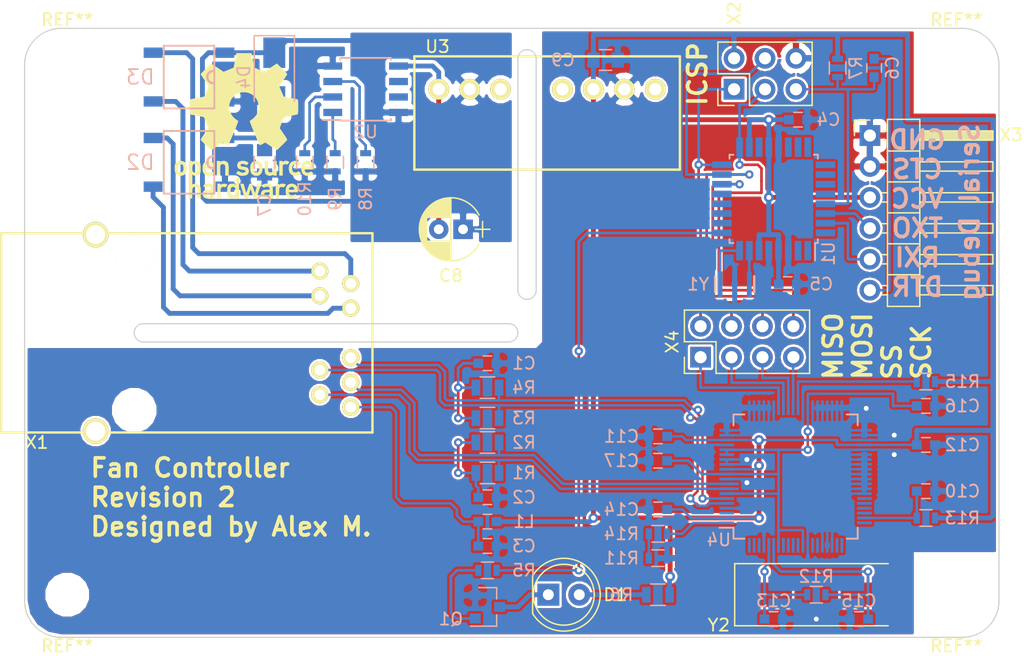
<source format=kicad_pcb>
(kicad_pcb (version 4) (host pcbnew 4.0.7)
  (title_block (title "Fan Controller") (date 2018-04-29) (rev 2) (company "Alex M."))
  (layers (0 F.Cu signal) (31 B.Cu signal) (34 B.Paste user) (35 F.Paste user) (36 B.SilkS user) (37 F.SilkS user) (38 B.Mask user) (39 F.Mask user) (44 Edge.Cuts user))
  (net 0 "")
  (net 1 GND)
  (net 2 "Net-(C2-Pad1)")
  (net 3 "Net-(C3-Pad1)")
  (net 4 +3V3)
  (net 5 /PoE_PD_Interface/VC36)
  (net 6 /PoE_PD_Interface/VC12)
  (net 7 /PoE_PD_Interface/VC45)
  (net 8 /PoE_PD_Interface/VC78)
  (net 9 "Net-(Q1-Pad1)")
  (net 10 RST)
  (net 11 "Net-(R11-Pad2)")
  (net 12 "Net-(R15-Pad2)")
  (net 13 SS)
  (net 14 MOSI)
  (net 15 MISO)
  (net 16 SCK)
  (net 17 /PoE_PD_Interface/P)
  (net 18 /PoE_PD_Interface/N)
  (net 19 "Net-(C15-Pad1)")
  (net 20 /W5100_Ethernet_Interface/1V8)
  (net 21 /TD+)
  (net 22 /TD-)
  (net 23 /RD+)
  (net 24 /RD-)
  (net 25 RXI)
  (net 26 TXO)
  (net 27 DTR)
  (net 28 "Net-(D1-Pad1)")
  (net 29 "Net-(D1-Pad2)")
  (net 30 PD5)
  (net 31 "Net-(C13-Pad1)")
  (net 32 "Net-(C1-Pad1)")
  (net 33 "Net-(C8-Pad2)")
  (net 34 "Net-(C10-Pad1)")
  (net 35 "Net-(R8-Pad1)")
  (net 36 "Net-(R9-Pad2)")
  (net 37 "Net-(R10-Pad2)")
  (net 38 "Net-(R14-Pad2)")
  (net 39 "Net-(U1-Pad7)")
  (net 40 "Net-(U1-Pad8)")
  (net 41 "Net-(U4-Pad27)")
  (net 42 "Net-(U4-Pad28)")
  (net 43 "Net-(U4-Pad29)")
  (net 44 "Net-(U4-Pad30)")
  (module AlexComponents:0813-1X1T-57-F_RJ45-Jack (layer F.Cu) (at 84 120 90)
    (fp_text reference X1 (at -9 -8 180) (layer F.SilkS))
    (fp_text value 0813-1X1T-57-F)
    (pad "" np_thru_hole circle (at -6.35 0 90) (size 3.25 3.25) (drill 3.25) (layers *.Cu *.Mask F.SilkS))
    (pad "" np_thru_hole circle (at 6.35 0 90) (size 3.25 3.25) (drill 3.25) (layers *.Cu *.Mask F.SilkS))
    (pad "" thru_hole circle (at 8.065 -3.17 90) (size 2.1 2.1) (drill 1.57) (layers *.Cu *.Mask F.SilkS))
    (pad "" thru_hole circle (at -8.065 -3.17 90) (size 2.1 2.1) (drill 1.57) (layers *.Cu *.Mask F.SilkS))
    (pad 1 thru_hole circle (at -5.08 15.24 90) (size 1.4 1.4) (drill 0.89) (layers *.Cu *.Mask F.SilkS) (net 21 /TD+))
    (pad 2 thru_hole circle (at -3.05 15.24 90) (size 1.4 1.4) (drill 0.89) (layers *.Cu *.Mask F.SilkS) (net 23 /RD+))
    (pad 5 thru_hole circle (at 3.04 15.24 90) (size 1.4 1.4) (drill 0.89) (layers *.Cu *.Mask F.SilkS) (net 6 /PoE_PD_Interface/VC12))
    (pad 6 thru_hole circle (at 5.07 15.24 90) (size 1.4 1.4) (drill 0.89) (layers *.Cu *.Mask F.SilkS) (net 7 /PoE_PD_Interface/VC45))
    (pad 7 thru_hole circle (at -6.1 17.78 90) (size 1.4 1.4) (drill 0.89) (layers *.Cu *.Mask F.SilkS) (net 3 "Net-(C3-Pad1)"))
    (pad 8 thru_hole circle (at -4.07 17.78 90) (size 1.4 1.4) (drill 0.89) (layers *.Cu *.Mask F.SilkS) (net 22 /TD-))
    (pad 9 thru_hole circle (at -2.04 17.78 90) (size 1.4 1.4) (drill 0.89) (layers *.Cu *.Mask F.SilkS) (net 24 /RD-))
    (pad 10 thru_hole circle (at 2.02 17.78 90) (size 1.4 1.4) (drill 0.89) (layers *.Cu *.Mask F.SilkS) (net 5 /PoE_PD_Interface/VC36))
    (pad 11 thru_hole circle (at 4.05 17.78 90) (size 1.4 1.4) (drill 0.89) (layers *.Cu *.Mask F.SilkS) (net 8 /PoE_PD_Interface/VC78))
  )
  (module AlexComponents:PG02S (layer F.Cu) (at 109 100)
    (fp_text reference U3 (at -0.1 -3.5) (layer F.SilkS))
    (fp_text value PG02S4803A)
    (pad 1 thru_hole circle (at 0 0) (size 1.7 1.7) (drill 1) (layers *.Cu *.Mask F.SilkS) (net 33 "Net-(C8-Pad2)"))
    (pad 2 thru_hole circle (at 2.54 0) (size 1.7 1.7) (drill 1) (layers *.Cu *.Mask F.SilkS) (net 17 /PoE_PD_Interface/P))
    (pad 3 thru_hole circle (at 5.08 0) (size 1.7 1.7) (drill 1) (layers *.Cu *.Mask F.SilkS))
    (pad 5 thru_hole circle (at 10.16 0) (size 1.7 1.7) (drill 1) (layers *.Cu *.Mask F.SilkS))
    (pad 6 thru_hole circle (at 12.7 0) (size 1.7 1.7) (drill 1) (layers *.Cu *.Mask F.SilkS) (net 4 +3V3))
    (pad 7 thru_hole circle (at 15.24 0) (size 1.7 1.7) (drill 1) (layers *.Cu *.Mask F.SilkS) (net 1 GND))
    (pad 8 thru_hole circle (at 17.78 0) (size 1.7 1.7) (drill 1) (layers *.Cu *.Mask F.SilkS))
  )
  (module Pin_Headers:Pin_Header_Straight_2x03_Pitch2.54mm (layer F.Cu) (at 133.25 100 90)
    (fp_text reference X2 (at 6.25 0 90) (layer F.SilkS))
    (fp_text value ICSP)
    (pad 1 thru_hole rect (at 0 0 90) (size 1.7 1.7) (drill 1) (layers *.Cu *.Mask) (net 15 MISO))
    (pad 2 thru_hole oval (at 2.54 0 90) (size 1.7 1.7) (drill 1) (layers *.Cu *.Mask) (net 4 +3V3))
    (pad 3 thru_hole oval (at 0 2.54 90) (size 1.7 1.7) (drill 1) (layers *.Cu *.Mask) (net 16 SCK))
    (pad 4 thru_hole oval (at 2.54 2.54 90) (size 1.7 1.7) (drill 1) (layers *.Cu *.Mask) (net 14 MOSI))
    (pad 5 thru_hole oval (at 0 5.08 90) (size 1.7 1.7) (drill 1) (layers *.Cu *.Mask) (net 10 RST))
    (pad 6 thru_hole oval (at 2.54 5.08 90) (size 1.7 1.7) (drill 1) (layers *.Cu *.Mask) (net 1 GND))
  )
  (module Pin_Headers:Pin_Header_Angled_1x06_Pitch2.54mm (layer F.Cu) (at 144.4 103.8)
    (fp_text reference X3 (at 11.6 -0.05) (layer F.SilkS))
    (fp_text value "Serial Interface")
    (pad 1 thru_hole rect (at 0 0) (size 1.7 1.7) (drill 1) (layers *.Cu *.Mask) (net 1 GND))
    (pad 2 thru_hole oval (at 0 2.54) (size 1.7 1.7) (drill 1) (layers *.Cu *.Mask) (net 1 GND))
    (pad 3 thru_hole oval (at 0 5.08) (size 1.7 1.7) (drill 1) (layers *.Cu *.Mask) (net 4 +3V3))
    (pad 4 thru_hole oval (at 0 7.62) (size 1.7 1.7) (drill 1) (layers *.Cu *.Mask) (net 25 RXI))
    (pad 5 thru_hole oval (at 0 10.16) (size 1.7 1.7) (drill 1) (layers *.Cu *.Mask) (net 26 TXO))
    (pad 6 thru_hole oval (at 0 12.7) (size 1.7 1.7) (drill 1) (layers *.Cu *.Mask) (net 27 DTR))
  )
  (module Housings_QFP:LQFP-80_10x10mm_Pitch0.4mm (layer B.Cu) (at 138.3 131.8)
    (fp_text reference U4 (at -6.3 5.2) (layer B.SilkS) (effects (justify mirror)))
    (fp_text value W5100)
    (pad 1 smd rect (at -5.65 3.8 270) (size 0.23 1.2) (layers B.Cu B.Paste B.Mask) (net 38 "Net-(R14-Pad2)"))
    (pad 2 smd rect (at -5.65 3.4 270) (size 0.23 1.2) (layers B.Cu B.Paste B.Mask) (net 4 +3V3))
    (pad 3 smd rect (at -5.65 3 270) (size 0.23 1.2) (layers B.Cu B.Paste B.Mask))
    (pad 4 smd rect (at -5.65 2.6 270) (size 0.23 1.2) (layers B.Cu B.Paste B.Mask) (net 1 GND))
    (pad 5 smd rect (at -5.65 2.2 270) (size 0.23 1.2) (layers B.Cu B.Paste B.Mask) (net 23 /RD+))
    (pad 6 smd rect (at -5.65 1.8 270) (size 0.23 1.2) (layers B.Cu B.Paste B.Mask) (net 24 /RD-))
    (pad 7 smd rect (at -5.65 1.4 270) (size 0.23 1.2) (layers B.Cu B.Paste B.Mask) (net 20 /W5100_Ethernet_Interface/1V8))
    (pad 8 smd rect (at -5.65 1 270) (size 0.23 1.2) (layers B.Cu B.Paste B.Mask) (net 21 /TD+))
    (pad 9 smd rect (at -5.65 0.6 270) (size 0.23 1.2) (layers B.Cu B.Paste B.Mask) (net 22 /TD-))
    (pad 10 smd rect (at -5.65 0.2 270) (size 0.23 1.2) (layers B.Cu B.Paste B.Mask) (net 1 GND))
    (pad 11 smd rect (at -5.65 -0.2 270) (size 0.23 1.2) (layers B.Cu B.Paste B.Mask) (net 20 /W5100_Ethernet_Interface/1V8))
    (pad 12 smd rect (at -5.65 -0.6 270) (size 0.23 1.2) (layers B.Cu B.Paste B.Mask) (net 4 +3V3))
    (pad 13 smd rect (at -5.65 -1 270) (size 0.23 1.2) (layers B.Cu B.Paste B.Mask) (net 1 GND))
    (pad 14 smd rect (at -5.65 -1.4 270) (size 0.23 1.2) (layers B.Cu B.Paste B.Mask) (net 1 GND))
    (pad 15 smd rect (at -5.65 -1.8 270) (size 0.23 1.2) (layers B.Cu B.Paste B.Mask) (net 20 /W5100_Ethernet_Interface/1V8))
    (pad 16 smd rect (at -5.65 -2.2 270) (size 0.23 1.2) (layers B.Cu B.Paste B.Mask) (net 20 /W5100_Ethernet_Interface/1V8))
    (pad 17 smd rect (at -5.65 -2.6 270) (size 0.23 1.2) (layers B.Cu B.Paste B.Mask) (net 1 GND))
    (pad 18 smd rect (at -5.65 -3 270) (size 0.23 1.2) (layers B.Cu B.Paste B.Mask) (net 4 +3V3))
    (pad 19 smd rect (at -5.65 -3.4 270) (size 0.23 1.2) (layers B.Cu B.Paste B.Mask) (net 1 GND))
    (pad 20 smd rect (at -5.65 -3.8 270) (size 0.23 1.2) (layers B.Cu B.Paste B.Mask) (net 1 GND))
    (pad 21 smd rect (at -3.8 -5.65) (size 0.23 1.2) (layers B.Cu B.Paste B.Mask) (net 1 GND))
    (pad 22 smd rect (at -3.4 -5.65) (size 0.23 1.2) (layers B.Cu B.Paste B.Mask) (net 1 GND))
    (pad 23 smd rect (at -3 -5.65) (size 0.23 1.2) (layers B.Cu B.Paste B.Mask) (net 1 GND))
    (pad 24 smd rect (at -2.6 -5.65) (size 0.23 1.2) (layers B.Cu B.Paste B.Mask) (net 1 GND))
    (pad 25 smd rect (at -2.2 -5.65) (size 0.23 1.2) (layers B.Cu B.Paste B.Mask) (net 1 GND))
    (pad 26 smd rect (at -1.8 -5.65) (size 0.23 1.2) (layers B.Cu B.Paste B.Mask) (net 1 GND))
    (pad 27 smd rect (at -1.4 -5.65) (size 0.23 1.2) (layers B.Cu B.Paste B.Mask) (net 41 "Net-(U4-Pad27)"))
    (pad 28 smd rect (at -1 -5.65) (size 0.23 1.2) (layers B.Cu B.Paste B.Mask) (net 42 "Net-(U4-Pad28)"))
    (pad 29 smd rect (at -0.6 -5.65) (size 0.23 1.2) (layers B.Cu B.Paste B.Mask) (net 43 "Net-(U4-Pad29)"))
    (pad 30 smd rect (at -0.2 -5.65) (size 0.23 1.2) (layers B.Cu B.Paste B.Mask) (net 44 "Net-(U4-Pad30)"))
    (pad 31 smd rect (at 0.2 -5.65) (size 0.23 1.2) (layers B.Cu B.Paste B.Mask) (net 12 "Net-(R15-Pad2)"))
    (pad 32 smd rect (at 0.6 -5.65) (size 0.23 1.2) (layers B.Cu B.Paste B.Mask) (net 1 GND))
    (pad 33 smd rect (at 1 -5.65) (size 0.23 1.2) (layers B.Cu B.Paste B.Mask) (net 20 /W5100_Ethernet_Interface/1V8))
    (pad 34 smd rect (at 1.4 -5.65) (size 0.23 1.2) (layers B.Cu B.Paste B.Mask) (net 1 GND))
    (pad 35 smd rect (at 1.8 -5.65) (size 0.23 1.2) (layers B.Cu B.Paste B.Mask) (net 1 GND))
    (pad 36 smd rect (at 2.2 -5.65) (size 0.23 1.2) (layers B.Cu B.Paste B.Mask) (net 1 GND))
    (pad 37 smd rect (at 2.6 -5.65) (size 0.23 1.2) (layers B.Cu B.Paste B.Mask) (net 1 GND))
    (pad 38 smd rect (at 3 -5.65) (size 0.23 1.2) (layers B.Cu B.Paste B.Mask) (net 1 GND))
    (pad 39 smd rect (at 3.4 -5.65) (size 0.23 1.2) (layers B.Cu B.Paste B.Mask) (net 1 GND))
    (pad 40 smd rect (at 3.8 -5.65) (size 0.23 1.2) (layers B.Cu B.Paste B.Mask) (net 1 GND))
    (pad 41 smd rect (at 5.65 -3.8 270) (size 0.23 1.2) (layers B.Cu B.Paste B.Mask) (net 1 GND))
    (pad 42 smd rect (at 5.65 -3.4 270) (size 0.23 1.2) (layers B.Cu B.Paste B.Mask) (net 1 GND))
    (pad 43 smd rect (at 5.65 -3 270) (size 0.23 1.2) (layers B.Cu B.Paste B.Mask) (net 1 GND))
    (pad 44 smd rect (at 5.65 -2.6 270) (size 0.23 1.2) (layers B.Cu B.Paste B.Mask) (net 4 +3V3))
    (pad 45 smd rect (at 5.65 -2.2 270) (size 0.23 1.2) (layers B.Cu B.Paste B.Mask) (net 1 GND))
    (pad 46 smd rect (at 5.65 -1.8 270) (size 0.23 1.2) (layers B.Cu B.Paste B.Mask) (net 1 GND))
    (pad 47 smd rect (at 5.65 -1.4 270) (size 0.23 1.2) (layers B.Cu B.Paste B.Mask) (net 1 GND))
    (pad 48 smd rect (at 5.65 -1 270) (size 0.23 1.2) (layers B.Cu B.Paste B.Mask) (net 1 GND))
    (pad 49 smd rect (at 5.65 -0.6 270) (size 0.23 1.2) (layers B.Cu B.Paste B.Mask) (net 1 GND))
    (pad 50 smd rect (at 5.65 -0.2 270) (size 0.23 1.2) (layers B.Cu B.Paste B.Mask) (net 1 GND))
    (pad 51 smd rect (at 5.65 0.2 270) (size 0.23 1.2) (layers B.Cu B.Paste B.Mask) (net 1 GND))
    (pad 52 smd rect (at 5.65 0.6 270) (size 0.23 1.2) (layers B.Cu B.Paste B.Mask) (net 1 GND))
    (pad 53 smd rect (at 5.65 1 270) (size 0.23 1.2) (layers B.Cu B.Paste B.Mask) (net 1 GND))
    (pad 54 smd rect (at 5.65 1.4 270) (size 0.23 1.2) (layers B.Cu B.Paste B.Mask) (net 1 GND))
    (pad 55 smd rect (at 5.65 1.8 270) (size 0.23 1.2) (layers B.Cu B.Paste B.Mask))
    (pad 56 smd rect (at 5.65 2.2 270) (size 0.23 1.2) (layers B.Cu B.Paste B.Mask))
    (pad 57 smd rect (at 5.65 2.6 270) (size 0.23 1.2) (layers B.Cu B.Paste B.Mask))
    (pad 58 smd rect (at 5.65 3 270) (size 0.23 1.2) (layers B.Cu B.Paste B.Mask))
    (pad 59 smd rect (at 5.65 3.4 270) (size 0.23 1.2) (layers B.Cu B.Paste B.Mask) (net 34 "Net-(C10-Pad1)"))
    (pad 60 smd rect (at 5.65 3.8 270) (size 0.23 1.2) (layers B.Cu B.Paste B.Mask))
    (pad 61 smd rect (at 3.8 5.65) (size 0.23 1.2) (layers B.Cu B.Paste B.Mask))
    (pad 62 smd rect (at 3.4 5.65) (size 0.23 1.2) (layers B.Cu B.Paste B.Mask))
    (pad 63 smd rect (at 3 5.65) (size 0.23 1.2) (layers B.Cu B.Paste B.Mask) (net 1 GND))
    (pad 64 smd rect (at 2.6 5.65) (size 0.23 1.2) (layers B.Cu B.Paste B.Mask) (net 1 GND))
    (pad 65 smd rect (at 2.2 5.65) (size 0.23 1.2) (layers B.Cu B.Paste B.Mask) (net 1 GND))
    (pad 66 smd rect (at 1.8 5.65) (size 0.23 1.2) (layers B.Cu B.Paste B.Mask))
    (pad 67 smd rect (at 1.4 5.65) (size 0.23 1.2) (layers B.Cu B.Paste B.Mask))
    (pad 68 smd rect (at 1 5.65) (size 0.23 1.2) (layers B.Cu B.Paste B.Mask) (net 1 GND))
    (pad 69 smd rect (at 0.6 5.65) (size 0.23 1.2) (layers B.Cu B.Paste B.Mask) (net 20 /W5100_Ethernet_Interface/1V8))
    (pad 70 smd rect (at 0.2 5.65) (size 0.23 1.2) (layers B.Cu B.Paste B.Mask))
    (pad 71 smd rect (at -0.2 5.65) (size 0.23 1.2) (layers B.Cu B.Paste B.Mask))
    (pad 72 smd rect (at -0.6 5.65) (size 0.23 1.2) (layers B.Cu B.Paste B.Mask))
    (pad 73 smd rect (at -1 5.65) (size 0.23 1.2) (layers B.Cu B.Paste B.Mask))
    (pad 74 smd rect (at -1.4 5.65) (size 0.23 1.2) (layers B.Cu B.Paste B.Mask) (net 20 /W5100_Ethernet_Interface/1V8))
    (pad 75 smd rect (at -1.8 5.65) (size 0.23 1.2) (layers B.Cu B.Paste B.Mask) (net 19 "Net-(C15-Pad1)"))
    (pad 76 smd rect (at -2.2 5.65) (size 0.23 1.2) (layers B.Cu B.Paste B.Mask) (net 31 "Net-(C13-Pad1)"))
    (pad 77 smd rect (at -2.6 5.65) (size 0.23 1.2) (layers B.Cu B.Paste B.Mask) (net 1 GND))
    (pad 78 smd rect (at -3 5.65) (size 0.23 1.2) (layers B.Cu B.Paste B.Mask))
    (pad 79 smd rect (at -3.4 5.65) (size 0.23 1.2) (layers B.Cu B.Paste B.Mask))
    (pad 80 smd rect (at -3.8 5.65) (size 0.23 1.2) (layers B.Cu B.Paste B.Mask))
  )
  (module Capacitors_SMD:C_0603 (layer B.Cu) (at 113 122.5)
    (fp_text reference C1 (at 3 0) (layer B.SilkS) (effects (justify mirror)))
    (fp_text value 100n)
    (pad 2 smd rect (at 0.75 0) (size 0.8 0.75) (layers B.Cu B.Paste B.Mask) (net 1 GND))
    (pad 1 smd rect (at -0.75 0) (size 0.8 0.75) (layers B.Cu B.Paste B.Mask) (net 32 "Net-(C1-Pad1)"))
  )
  (module Capacitors_SMD:C_0603 (layer B.Cu) (at 113 133.5)
    (fp_text reference C2 (at 3 0) (layer B.SilkS) (effects (justify mirror)))
    (fp_text value 100n)
    (pad 2 smd rect (at 0.75 0) (size 0.8 0.75) (layers B.Cu B.Paste B.Mask) (net 1 GND))
    (pad 1 smd rect (at -0.75 0) (size 0.8 0.75) (layers B.Cu B.Paste B.Mask) (net 2 "Net-(C2-Pad1)"))
  )
  (module Capacitors_SMD:C_0603 (layer B.Cu) (at 138.5 102.5)
    (fp_text reference C4 (at 2.5 0) (layer B.SilkS) (effects (justify mirror)))
    (fp_text value 100n)
    (pad 2 smd rect (at 0.75 0) (size 0.8 0.75) (layers B.Cu B.Paste B.Mask) (net 1 GND))
    (pad 1 smd rect (at -0.75 0) (size 0.8 0.75) (layers B.Cu B.Paste B.Mask) (net 4 +3V3))
  )
  (module Capacitors_SMD:C_0603 (layer B.Cu) (at 137.66 116)
    (fp_text reference C5 (at 2.75 0) (layer B.SilkS) (effects (justify mirror)))
    (fp_text value 100n)
    (pad 2 smd rect (at 0.75 0) (size 0.8 0.75) (layers B.Cu B.Paste B.Mask) (net 1 GND))
    (pad 1 smd rect (at -0.75 0) (size 0.8 0.75) (layers B.Cu B.Paste B.Mask) (net 4 +3V3))
  )
  (module Capacitors_SMD:C_0805 (layer B.Cu) (at 94.7 106 270)
    (fp_text reference C7 (at 3.5 0 270) (layer B.SilkS) (effects (justify mirror)))
    (fp_text value 100n)
    (pad 1 smd rect (at -1 0 270) (size 1 1.25) (layers B.Cu B.Paste B.Mask) (net 17 /PoE_PD_Interface/P))
    (pad 2 smd rect (at 1 0 270) (size 1 1.25) (layers B.Cu B.Paste B.Mask) (net 18 /PoE_PD_Interface/N))
  )
  (module Capacitors_ThroughHole:CP_Radial_D5.0mm_P2.00mm (layer F.Cu) (at 111 111.5 180)
    (fp_text reference C8 (at 1 -3.81 180) (layer F.SilkS))
    (fp_text value 22u)
    (pad 1 thru_hole rect (at 0 0 180) (size 1.6 1.6) (drill 0.8) (layers *.Cu *.Mask) (net 17 /PoE_PD_Interface/P))
    (pad 2 thru_hole circle (at 2 0 180) (size 1.6 1.6) (drill 0.8) (layers *.Cu *.Mask) (net 33 "Net-(C8-Pad2)"))
  )
  (module Capacitors_SMD:C_0805 (layer B.Cu) (at 122.7 97.6)
    (fp_text reference C9 (at -3.5 0) (layer B.SilkS) (effects (justify mirror)))
    (fp_text value 10u)
    (pad 1 smd rect (at -1 0) (size 1 1.25) (layers B.Cu B.Paste B.Mask) (net 4 +3V3))
    (pad 2 smd rect (at 1 0) (size 1 1.25) (layers B.Cu B.Paste B.Mask) (net 1 GND))
  )
  (module Capacitors_SMD:C_0603 (layer B.Cu) (at 127 128.5 180)
    (fp_text reference C11 (at 3 0 180) (layer B.SilkS) (effects (justify mirror)))
    (fp_text value 100n)
    (pad 2 smd rect (at 0.75 0 180) (size 0.8 0.75) (layers B.Cu B.Paste B.Mask) (net 1 GND))
    (pad 1 smd rect (at -0.75 0 180) (size 0.8 0.75) (layers B.Cu B.Paste B.Mask) (net 4 +3V3))
  )
  (module Capacitors_SMD:C_0603 (layer B.Cu) (at 149 129.2)
    (fp_text reference C12 (at 3 0) (layer B.SilkS) (effects (justify mirror)))
    (fp_text value 100n)
    (pad 2 smd rect (at 0.75 0) (size 0.8 0.75) (layers B.Cu B.Paste B.Mask) (net 1 GND))
    (pad 1 smd rect (at -0.75 0) (size 0.8 0.75) (layers B.Cu B.Paste B.Mask) (net 4 +3V3))
  )
  (module Capacitors_SMD:C_0603 (layer B.Cu) (at 136.5 143.5)
    (fp_text reference C13 (at 0 -1.5) (layer B.SilkS) (effects (justify mirror)))
    (fp_text value 18p)
    (pad 2 smd rect (at 0.75 0) (size 0.8 0.75) (layers B.Cu B.Paste B.Mask) (net 1 GND))
    (pad 1 smd rect (at -0.75 0) (size 0.8 0.75) (layers B.Cu B.Paste B.Mask) (net 31 "Net-(C13-Pad1)"))
  )
  (module Capacitors_SMD:C_0603 (layer B.Cu) (at 127 134.5 180)
    (fp_text reference C14 (at 3 0 180) (layer B.SilkS) (effects (justify mirror)))
    (fp_text value 100n)
    (pad 2 smd rect (at 0.75 0 180) (size 0.8 0.75) (layers B.Cu B.Paste B.Mask) (net 1 GND))
    (pad 1 smd rect (at -0.75 0 180) (size 0.8 0.75) (layers B.Cu B.Paste B.Mask) (net 4 +3V3))
  )
  (module Capacitors_SMD:C_0603 (layer B.Cu) (at 143.5 143.5 180)
    (fp_text reference C15 (at 0 1.5 180) (layer B.SilkS) (effects (justify mirror)))
    (fp_text value 18p)
    (pad 2 smd rect (at 0.75 0 180) (size 0.8 0.75) (layers B.Cu B.Paste B.Mask) (net 1 GND))
    (pad 1 smd rect (at -0.75 0 180) (size 0.8 0.75) (layers B.Cu B.Paste B.Mask) (net 19 "Net-(C15-Pad1)"))
  )
  (module Capacitors_SMD:C_0603 (layer B.Cu) (at 149 126)
    (fp_text reference C16 (at 3 0) (layer B.SilkS) (effects (justify mirror)))
    (fp_text value 100n)
    (pad 2 smd rect (at 0.75 0) (size 0.8 0.75) (layers B.Cu B.Paste B.Mask) (net 1 GND))
    (pad 1 smd rect (at -0.75 0) (size 0.8 0.75) (layers B.Cu B.Paste B.Mask) (net 20 /W5100_Ethernet_Interface/1V8))
  )
  (module Capacitors_SMD:C_0603 (layer B.Cu) (at 127 130.5 180)
    (fp_text reference C17 (at 3 0 180) (layer B.SilkS) (effects (justify mirror)))
    (fp_text value 100n)
    (pad 2 smd rect (at 0.75 0 180) (size 0.8 0.75) (layers B.Cu B.Paste B.Mask) (net 1 GND))
    (pad 1 smd rect (at -0.75 0 180) (size 0.8 0.75) (layers B.Cu B.Paste B.Mask) (net 20 /W5100_Ethernet_Interface/1V8))
  )
  (module AlexComponents:Micro-DIP-4 (layer B.Cu) (at 88.5 106 270)
    (fp_text reference D2 (at 0 4 360) (layer B.SilkS) (effects (font (size 1.2 1.2)) (justify mirror)))
    (fp_text value MDB6S)
    (pad 4 smd rect (at -2 2.95 270) (size 0.85 1.55) (layers B.Cu B.Paste B.Mask) (net 6 /PoE_PD_Interface/VC12))
    (pad 1 smd rect (at -2 -2.95 270) (size 0.85 1.55) (layers B.Cu B.Paste B.Mask) (net 17 /PoE_PD_Interface/P))
    (pad 3 smd rect (at 2 2.95 270) (size 0.85 1.55) (layers B.Cu B.Paste B.Mask) (net 5 /PoE_PD_Interface/VC36))
    (pad 2 smd rect (at 2 -2.95 270) (size 0.85 1.55) (layers B.Cu B.Paste B.Mask) (net 18 /PoE_PD_Interface/N))
  )
  (module AlexComponents:Micro-DIP-4 (layer B.Cu) (at 88.5 99 270)
    (fp_text reference D3 (at 0 4 360) (layer B.SilkS) (effects (font (size 1.2 1.2)) (justify mirror)))
    (fp_text value MDB6S)
    (pad 4 smd rect (at -2 2.95 270) (size 0.85 1.55) (layers B.Cu B.Paste B.Mask) (net 8 /PoE_PD_Interface/VC78))
    (pad 1 smd rect (at -2 -2.95 270) (size 0.85 1.55) (layers B.Cu B.Paste B.Mask) (net 17 /PoE_PD_Interface/P))
    (pad 3 smd rect (at 2 2.95 270) (size 0.85 1.55) (layers B.Cu B.Paste B.Mask) (net 7 /PoE_PD_Interface/VC45))
    (pad 2 smd rect (at 2 -2.95 270) (size 0.85 1.55) (layers B.Cu B.Paste B.Mask) (net 18 /PoE_PD_Interface/N))
  )
  (module Capacitors_SMD:C_0603 (layer B.Cu) (at 113 135.5 180)
    (fp_text reference L1 (at -3 0 180) (layer B.SilkS) (effects (justify mirror)))
    (fp_text value 1uH)
    (pad 2 smd rect (at 0.75 0 180) (size 0.8 0.75) (layers B.Cu B.Paste B.Mask) (net 3 "Net-(C3-Pad1)"))
    (pad 1 smd rect (at -0.75 0 180) (size 0.8 0.75) (layers B.Cu B.Paste B.Mask) (net 4 +3V3))
  )
  (module Resistors_SMD:R_0805 (layer B.Cu) (at 113 131.5 180)
    (fp_text reference R1 (at -3 0 180) (layer B.SilkS) (effects (justify mirror)))
    (fp_text value 49.9)
    (pad 1 smd rect (at -0.95 0 180) (size 0.7 1.3) (layers B.Cu B.Paste B.Mask) (net 21 /TD+))
    (pad 2 smd rect (at 0.95 0 180) (size 0.7 1.3) (layers B.Cu B.Paste B.Mask) (net 2 "Net-(C2-Pad1)"))
  )
  (module Resistors_SMD:R_0805 (layer B.Cu) (at 113 129 180)
    (fp_text reference R2 (at -3 0 180) (layer B.SilkS) (effects (justify mirror)))
    (fp_text value 49.9)
    (pad 1 smd rect (at -0.95 0 180) (size 0.7 1.3) (layers B.Cu B.Paste B.Mask) (net 22 /TD-))
    (pad 2 smd rect (at 0.95 0 180) (size 0.7 1.3) (layers B.Cu B.Paste B.Mask) (net 2 "Net-(C2-Pad1)"))
  )
  (module Resistors_SMD:R_0805 (layer B.Cu) (at 113 127 180)
    (fp_text reference R3 (at -3 0 180) (layer B.SilkS) (effects (justify mirror)))
    (fp_text value 49.9)
    (pad 1 smd rect (at -0.95 0 180) (size 0.7 1.3) (layers B.Cu B.Paste B.Mask) (net 23 /RD+))
    (pad 2 smd rect (at 0.95 0 180) (size 0.7 1.3) (layers B.Cu B.Paste B.Mask) (net 32 "Net-(C1-Pad1)"))
  )
  (module Resistors_SMD:R_0805 (layer B.Cu) (at 113 124.5 180)
    (fp_text reference R4 (at -3 0 360) (layer B.SilkS) (effects (justify mirror)))
    (fp_text value 49.9)
    (pad 1 smd rect (at -0.95 0 180) (size 0.7 1.3) (layers B.Cu B.Paste B.Mask) (net 24 /RD-))
    (pad 2 smd rect (at 0.95 0 180) (size 0.7 1.3) (layers B.Cu B.Paste B.Mask) (net 32 "Net-(C1-Pad1)"))
  )
  (module Resistors_SMD:R_0603 (layer B.Cu) (at 141.75 98.25 270)
    (fp_text reference R7 (at 0 -1.5 270) (layer B.SilkS) (effects (justify mirror)))
    (fp_text value 12k)
    (pad 1 smd rect (at -0.75 0 270) (size 0.5 0.9) (layers B.Cu B.Paste B.Mask) (net 4 +3V3))
    (pad 2 smd rect (at 0.75 0 270) (size 0.5 0.9) (layers B.Cu B.Paste B.Mask) (net 10 RST))
  )
  (module Resistors_SMD:R_0603 (layer B.Cu) (at 103 106 270)
    (fp_text reference R8 (at 3 0 270) (layer B.SilkS) (effects (justify mirror)))
    (fp_text value 24.9k)
    (pad 1 smd rect (at -0.75 0 270) (size 0.5 0.9) (layers B.Cu B.Paste B.Mask) (net 35 "Net-(R8-Pad1)"))
    (pad 2 smd rect (at 0.75 0 270) (size 0.5 0.9) (layers B.Cu B.Paste B.Mask) (net 17 /PoE_PD_Interface/P))
  )
  (module Resistors_SMD:R_0603 (layer B.Cu) (at 100.5 106 90)
    (fp_text reference R9 (at -3 0 90) (layer B.SilkS) (effects (justify mirror)))
    (fp_text value 178k)
    (pad 1 smd rect (at -0.75 0 90) (size 0.5 0.9) (layers B.Cu B.Paste B.Mask) (net 18 /PoE_PD_Interface/N))
    (pad 2 smd rect (at 0.75 0 90) (size 0.5 0.9) (layers B.Cu B.Paste B.Mask) (net 36 "Net-(R9-Pad2)"))
  )
  (module Resistors_SMD:R_0603 (layer B.Cu) (at 98 106 90)
    (fp_text reference R10 (at -3 0 90) (layer B.SilkS) (effects (justify mirror)))
    (fp_text value 4420)
    (pad 1 smd rect (at -0.75 0 90) (size 0.5 0.9) (layers B.Cu B.Paste B.Mask) (net 18 /PoE_PD_Interface/N))
    (pad 2 smd rect (at 0.75 0 90) (size 0.5 0.9) (layers B.Cu B.Paste B.Mask) (net 37 "Net-(R10-Pad2)"))
  )
  (module Resistors_SMD:R_0603 (layer B.Cu) (at 127 138.5 180)
    (fp_text reference R11 (at 3 0 180) (layer B.SilkS) (effects (justify mirror)))
    (fp_text value 300)
    (pad 1 smd rect (at -0.75 0 180) (size 0.5 0.9) (layers B.Cu B.Paste B.Mask) (net 1 GND))
    (pad 2 smd rect (at 0.75 0 180) (size 0.5 0.9) (layers B.Cu B.Paste B.Mask) (net 11 "Net-(R11-Pad2)"))
  )
  (module Resistors_SMD:R_0603 (layer B.Cu) (at 127 136.5)
    (fp_text reference R14 (at -3 0) (layer B.SilkS) (effects (justify mirror)))
    (fp_text value 12k)
    (pad 1 smd rect (at -0.75 0) (size 0.5 0.9) (layers B.Cu B.Paste B.Mask) (net 11 "Net-(R11-Pad2)"))
    (pad 2 smd rect (at 0.75 0) (size 0.5 0.9) (layers B.Cu B.Paste B.Mask) (net 38 "Net-(R14-Pad2)"))
  )
  (module Resistors_SMD:R_0603 (layer B.Cu) (at 149 124 180)
    (fp_text reference R15 (at -3 0 360) (layer B.SilkS) (effects (justify mirror)))
    (fp_text value 12k)
    (pad 1 smd rect (at -0.75 0 180) (size 0.5 0.9) (layers B.Cu B.Paste B.Mask) (net 4 +3V3))
    (pad 2 smd rect (at 0.75 0 180) (size 0.5 0.9) (layers B.Cu B.Paste B.Mask) (net 12 "Net-(R15-Pad2)"))
  )
  (module Housings_QFP:TQFP-32_7x7mm_Pitch0.8mm (layer B.Cu) (at 136.5 109 90)
    (fp_text reference U1 (at -4.5 4.5 90) (layer B.SilkS) (effects (justify mirror)))
    (fp_text value ATMEGA328P-AU)
    (pad 1 smd rect (at -4.25 2.8 90) (size 1.6 0.55) (layers B.Cu B.Paste B.Mask))
    (pad 2 smd rect (at -4.25 2 90) (size 1.6 0.55) (layers B.Cu B.Paste B.Mask))
    (pad 3 smd rect (at -4.25 1.2 90) (size 1.6 0.55) (layers B.Cu B.Paste B.Mask) (net 1 GND))
    (pad 4 smd rect (at -4.25 0.4 90) (size 1.6 0.55) (layers B.Cu B.Paste B.Mask) (net 4 +3V3))
    (pad 5 smd rect (at -4.25 -0.4 90) (size 1.6 0.55) (layers B.Cu B.Paste B.Mask) (net 1 GND))
    (pad 6 smd rect (at -4.25 -1.2 90) (size 1.6 0.55) (layers B.Cu B.Paste B.Mask) (net 4 +3V3))
    (pad 7 smd rect (at -4.25 -2 90) (size 1.6 0.55) (layers B.Cu B.Paste B.Mask) (net 39 "Net-(U1-Pad7)"))
    (pad 8 smd rect (at -4.25 -2.8 90) (size 1.6 0.55) (layers B.Cu B.Paste B.Mask) (net 40 "Net-(U1-Pad8)"))
    (pad 9 smd rect (at -2.8 -4.25) (size 1.6 0.55) (layers B.Cu B.Paste B.Mask) (net 30 PD5))
    (pad 10 smd rect (at -2 -4.25) (size 1.6 0.55) (layers B.Cu B.Paste B.Mask))
    (pad 11 smd rect (at -1.2 -4.25) (size 1.6 0.55) (layers B.Cu B.Paste B.Mask))
    (pad 12 smd rect (at -0.4 -4.25) (size 1.6 0.55) (layers B.Cu B.Paste B.Mask))
    (pad 13 smd rect (at 0.4 -4.25) (size 1.6 0.55) (layers B.Cu B.Paste B.Mask))
    (pad 14 smd rect (at 1.2 -4.25) (size 1.6 0.55) (layers B.Cu B.Paste B.Mask) (net 13 SS))
    (pad 15 smd rect (at 2 -4.25) (size 1.6 0.55) (layers B.Cu B.Paste B.Mask) (net 14 MOSI))
    (pad 16 smd rect (at 2.8 -4.25) (size 1.6 0.55) (layers B.Cu B.Paste B.Mask) (net 15 MISO))
    (pad 17 smd rect (at 4.25 -2.8 90) (size 1.6 0.55) (layers B.Cu B.Paste B.Mask) (net 16 SCK))
    (pad 18 smd rect (at 4.25 -2 90) (size 1.6 0.55) (layers B.Cu B.Paste B.Mask) (net 4 +3V3))
    (pad 19 smd rect (at 4.25 -1.2 90) (size 1.6 0.55) (layers B.Cu B.Paste B.Mask))
    (pad 20 smd rect (at 4.25 -0.4 90) (size 1.6 0.55) (layers B.Cu B.Paste B.Mask) (net 4 +3V3))
    (pad 21 smd rect (at 4.25 0.4 90) (size 1.6 0.55) (layers B.Cu B.Paste B.Mask) (net 1 GND))
    (pad 22 smd rect (at 4.25 1.2 90) (size 1.6 0.55) (layers B.Cu B.Paste B.Mask))
    (pad 23 smd rect (at 4.25 2 90) (size 1.6 0.55) (layers B.Cu B.Paste B.Mask))
    (pad 24 smd rect (at 4.25 2.8 90) (size 1.6 0.55) (layers B.Cu B.Paste B.Mask))
    (pad 25 smd rect (at 2.8 4.25) (size 1.6 0.55) (layers B.Cu B.Paste B.Mask))
    (pad 26 smd rect (at 2 4.25) (size 1.6 0.55) (layers B.Cu B.Paste B.Mask))
    (pad 27 smd rect (at 1.2 4.25) (size 1.6 0.55) (layers B.Cu B.Paste B.Mask))
    (pad 28 smd rect (at 0.4 4.25) (size 1.6 0.55) (layers B.Cu B.Paste B.Mask))
    (pad 29 smd rect (at -0.4 4.25) (size 1.6 0.55) (layers B.Cu B.Paste B.Mask) (net 10 RST))
    (pad 30 smd rect (at -1.2 4.25) (size 1.6 0.55) (layers B.Cu B.Paste B.Mask) (net 25 RXI))
    (pad 31 smd rect (at -2 4.25) (size 1.6 0.55) (layers B.Cu B.Paste B.Mask) (net 26 TXO))
    (pad 32 smd rect (at -2.8 4.25) (size 1.6 0.55) (layers B.Cu B.Paste B.Mask))
  )
  (module Housings_SOIC:SOIC-8_3.9x4.9mm_Pitch1.27mm (layer B.Cu) (at 103 100)
    (fp_text reference U2 (at 0 3.5) (layer B.SilkS) (effects (justify mirror)))
    (fp_text value NCP1090)
    (pad 1 smd rect (at -2.7 1.905) (size 1.55 0.6) (layers B.Cu B.Paste B.Mask) (net 36 "Net-(R9-Pad2)"))
    (pad 2 smd rect (at -2.7 0.635) (size 1.55 0.6) (layers B.Cu B.Paste B.Mask) (net 37 "Net-(R10-Pad2)"))
    (pad 3 smd rect (at -2.7 -0.635) (size 1.55 0.6) (layers B.Cu B.Paste B.Mask) (net 35 "Net-(R8-Pad1)"))
    (pad 4 smd rect (at -2.7 -1.905) (size 1.55 0.6) (layers B.Cu B.Paste B.Mask) (net 18 /PoE_PD_Interface/N))
    (pad 5 smd rect (at 2.7 -1.905) (size 1.55 0.6) (layers B.Cu B.Paste B.Mask) (net 33 "Net-(C8-Pad2)"))
    (pad 6 smd rect (at 2.7 -0.635) (size 1.55 0.6) (layers B.Cu B.Paste B.Mask))
    (pad 7 smd rect (at 2.7 0.635) (size 1.55 0.6) (layers B.Cu B.Paste B.Mask))
    (pad 8 smd rect (at 2.7 1.905) (size 1.55 0.6) (layers B.Cu B.Paste B.Mask) (net 17 /PoE_PD_Interface/P))
  )
  (module AlexComponents:CERALOCK_CSTCE_Resonator (layer B.Cu) (at 133.3 116.01 180)
    (fp_text reference Y1 (at 3 0 180) (layer B.SilkS) (effects (justify mirror)))
    (fp_text value 8MHz)
    (pad 1 smd rect (at -1.2 0 180) (size 0.4 2.1) (layers B.Cu B.Paste B.Mask) (net 39 "Net-(U1-Pad7)"))
    (pad 2 smd rect (at 0 0 180) (size 0.4 2.1) (layers B.Cu B.Paste B.Mask) (net 1 GND))
    (pad 3 smd rect (at 1.2 0 180) (size 0.4 2.1) (layers B.Cu B.Paste B.Mask) (net 40 "Net-(U1-Pad8)"))
  )
  (module Crystals:Crystal_SMD_HC49-SD (layer F.Cu) (at 140 141.5)
    (fp_text reference Y2 (at -8 2.5) (layer F.SilkS))
    (fp_text value 25MHz)
    (pad 1 smd rect (at -4.25 0) (size 4.5 2) (layers F.Cu F.Paste F.Mask) (net 31 "Net-(C13-Pad1)"))
    (pad 2 smd rect (at 4.25 0) (size 4.5 2) (layers F.Cu F.Paste F.Mask) (net 19 "Net-(C15-Pad1)"))
  )
  (module Resistors_SMD:R_0603 (layer B.Cu) (at 149 135.2 180)
    (fp_text reference R13 (at -3 0 360) (layer B.SilkS) (effects (justify mirror)))
    (fp_text value 12k)
    (pad 1 smd rect (at -0.75 0 180) (size 0.5 0.9) (layers B.Cu B.Paste B.Mask) (net 4 +3V3))
    (pad 2 smd rect (at 0.75 0 180) (size 0.5 0.9) (layers B.Cu B.Paste B.Mask) (net 34 "Net-(C10-Pad1)"))
  )
  (module Diodes_SMD:D_SMA (layer B.Cu) (at 95.5 99 270)
    (fp_text reference D4 (at 0 2.5 270) (layer B.SilkS) (effects (justify mirror)))
    (fp_text value SMAJ58A)
    (pad 1 smd rect (at -2 0 270) (size 2.5 1.8) (layers B.Cu B.Paste B.Mask) (net 17 /PoE_PD_Interface/P))
    (pad 2 smd rect (at 2 0 270) (size 2.5 1.8) (layers B.Cu B.Paste B.Mask) (net 18 /PoE_PD_Interface/N))
  )
  (module Capacitors_SMD:C_0603 (layer B.Cu) (at 113 137.5)
    (fp_text reference C3 (at 3 0 180) (layer B.SilkS) (effects (justify mirror)))
    (fp_text value 100n)
    (pad 2 smd rect (at 0.75 0) (size 0.8 0.75) (layers B.Cu B.Paste B.Mask) (net 1 GND))
    (pad 1 smd rect (at -0.75 0) (size 0.8 0.75) (layers B.Cu B.Paste B.Mask) (net 3 "Net-(C3-Pad1)"))
  )
  (module Resistors_SMD:R_0603 (layer B.Cu) (at 140 141.5)
    (fp_text reference R12 (at 0 -1.5) (layer B.SilkS) (effects (justify mirror)))
    (fp_text value 1M)
    (pad 1 smd rect (at -0.75 0) (size 0.5 0.9) (layers B.Cu B.Paste B.Mask) (net 31 "Net-(C13-Pad1)"))
    (pad 2 smd rect (at 0.75 0) (size 0.5 0.9) (layers B.Cu B.Paste B.Mask) (net 19 "Net-(C15-Pad1)"))
  )
  (module Capacitors_SMD:C_0603 (layer B.Cu) (at 144.75 98.25 270)
    (fp_text reference C6 (at 0 -1.5 270) (layer B.SilkS) (effects (justify mirror)))
    (fp_text value 100n)
    (pad 2 smd rect (at 0.75 0 270) (size 0.8 0.75) (layers B.Cu B.Paste B.Mask) (net 10 RST))
    (pad 1 smd rect (at -0.75 0 270) (size 0.8 0.75) (layers B.Cu B.Paste B.Mask) (net 27 DTR))
  )
  (module Pin_Headers:Pin_Header_Straight_2x04_Pitch2.54mm (layer F.Cu) (at 130.5 122 90)
    (fp_text reference X4 (at 1.27 -2.33 90) (layer F.SilkS))
    (fp_text value "SPI Disconnect")
    (pad 1 thru_hole rect (at 0 0 90) (size 1.7 1.7) (drill 1) (layers *.Cu *.Mask) (net 41 "Net-(U4-Pad27)"))
    (pad 2 thru_hole oval (at 2.54 0 90) (size 1.7 1.7) (drill 1) (layers *.Cu *.Mask) (net 15 MISO))
    (pad 3 thru_hole oval (at 0 2.54 90) (size 1.7 1.7) (drill 1) (layers *.Cu *.Mask) (net 42 "Net-(U4-Pad28)"))
    (pad 4 thru_hole oval (at 2.54 2.54 90) (size 1.7 1.7) (drill 1) (layers *.Cu *.Mask) (net 14 MOSI))
    (pad 5 thru_hole oval (at 0 5.08 90) (size 1.7 1.7) (drill 1) (layers *.Cu *.Mask) (net 43 "Net-(U4-Pad29)"))
    (pad 6 thru_hole oval (at 2.54 5.08 90) (size 1.7 1.7) (drill 1) (layers *.Cu *.Mask) (net 13 SS))
    (pad 7 thru_hole oval (at 0 7.62 90) (size 1.7 1.7) (drill 1) (layers *.Cu *.Mask) (net 44 "Net-(U4-Pad30)"))
    (pad 8 thru_hole oval (at 2.54 7.62 90) (size 1.7 1.7) (drill 1) (layers *.Cu *.Mask) (net 16 SCK))
  )
  (module LEDs:LED_D5.0mm (layer F.Cu) (at 118 141.5)
    (fp_text reference D1 (at 5.5 0) (layer F.SilkS))
    (fp_text value IR)
    (pad 1 thru_hole rect (at 0 0) (size 1.8 1.8) (drill 0.9) (layers *.Cu *.Mask) (net 28 "Net-(D1-Pad1)"))
    (pad 2 thru_hole circle (at 2.54 0) (size 1.8 1.8) (drill 0.9) (layers *.Cu *.Mask) (net 29 "Net-(D1-Pad2)"))
  )
  (module TO_SOT_Packages_SMD:SOT-23 (layer B.Cu) (at 113 142.5)
    (fp_text reference Q1 (at -3 1) (layer B.SilkS) (effects (justify mirror)))
    (fp_text value Q_NPN_BEC)
    (pad 1 smd rect (at -1 0.95) (size 0.9 0.8) (layers B.Cu B.Paste B.Mask) (net 9 "Net-(Q1-Pad1)"))
    (pad 2 smd rect (at -1 -0.95) (size 0.9 0.8) (layers B.Cu B.Paste B.Mask) (net 1 GND))
    (pad 3 smd rect (at 1 0) (size 0.9 0.8) (layers B.Cu B.Paste B.Mask) (net 28 "Net-(D1-Pad1)"))
  )
  (module Resistors_SMD:R_0603 (layer B.Cu) (at 113 139.5 180)
    (fp_text reference R5 (at -3 0 180) (layer B.SilkS) (effects (justify mirror)))
    (fp_text value 150)
    (pad 1 smd rect (at -0.75 0 180) (size 0.5 0.9) (layers B.Cu B.Paste B.Mask) (net 30 PD5))
    (pad 2 smd rect (at 0.75 0 180) (size 0.5 0.9) (layers B.Cu B.Paste B.Mask) (net 9 "Net-(Q1-Pad1)"))
  )
  (module Resistors_SMD:R_0805 (layer B.Cu) (at 127 141.5 180)
    (fp_text reference R6 (at 3 0 180) (layer B.SilkS) (effects (justify mirror)))
    (fp_text value 10)
    (pad 1 smd rect (at -0.95 0 180) (size 0.7 1.3) (layers B.Cu B.Paste B.Mask) (net 4 +3V3))
    (pad 2 smd rect (at 0.95 0 180) (size 0.7 1.3) (layers B.Cu B.Paste B.Mask) (net 29 "Net-(D1-Pad2)"))
  )
  (module Mounting_Holes:MountingHole_3.2mm_M3 (layer F.Cu) (at 78.5 98.5)
    (fp_text reference REF** (at 0 -4.2) (layer F.SilkS))
    (fp_text value MountingHole_3.2mm_M3)
    (pad 1 np_thru_hole circle (at 0 0) (size 3.2 3.2) (drill 3.2) (layers *.Cu *.Mask))
  )
  (module Mounting_Holes:MountingHole_3.2mm_M3 (layer F.Cu) (at 151.5 98.5)
    (fp_text reference REF** (at 0 -4.2) (layer F.SilkS))
    (fp_text value MountingHole_3.2mm_M3)
    (pad 1 np_thru_hole circle (at 0 0) (size 3.2 3.2) (drill 3.2) (layers *.Cu *.Mask))
  )
  (module Mounting_Holes:MountingHole_3.2mm_M3 (layer F.Cu) (at 151.5 141.5 180)
    (fp_text reference REF** (at 0 -4.2 180) (layer F.SilkS))
    (fp_text value MountingHole_3.2mm_M3)
    (pad 1 np_thru_hole circle (at 0 0 180) (size 3.2 3.2) (drill 3.2) (layers *.Cu *.Mask))
  )
  (module Mounting_Holes:MountingHole_3.2mm_M3 (layer F.Cu) (at 78.5 141.5 180)
    (fp_text reference REF** (at 0 -4.2 180) (layer F.SilkS))
    (fp_text value MountingHole_3.2mm_M3)
    (pad 1 np_thru_hole circle (at 0 0 180) (size 3.2 3.2) (drill 3.2) (layers *.Cu *.Mask))
  )
  (module Symbols:OSHW-Logo_11.4x12mm_SilkScreen (layer F.Cu) (at 93 103)
    (fp_text reference REF*** hide)
    (fp_text value OSHW-Logo_11.4x12mm_SilkScreen hide)
  )
  (module Capacitors_SMD:C_0603 (layer B.Cu) (at 149 133)
    (fp_text reference C10 (at 3 0) (layer B.SilkS) (effects (justify mirror)))
    (fp_text value 100n)
    (pad 2 smd rect (at 0.75 0) (size 0.8 0.75) (layers B.Cu B.Paste B.Mask) (net 1 GND))
    (pad 1 smd rect (at -0.75 0) (size 0.8 0.75) (layers B.Cu B.Paste B.Mask) (net 34 "Net-(C10-Pad1)"))
  )
  (gr_line (start 117 97.5) (end 117 116.5) (angle 90) (layer Edge.Cuts) (width 0.1))
  (gr_line (start 115.5 116.5) (end 115.5 97.5) (angle 90) (layer Edge.Cuts) (width 0.1))
  (gr_text "GND\nCTS\nVCC\nTXO\nRXI\nDTR" (at 148.3 110.2) (layer B.SilkS) (effects (font (size 1.5 1.5) (thickness 0.3)) (justify mirror)))
  (gr_text "MISO\nMOSI\nSS\nSCK" (at 145 124 90) (layer F.SilkS) (effects (font (size 1.5 1.5) (thickness 0.3)) (justify left)))
  (gr_text "Serial Debug" (at 152.6 110.1 90) (layer B.SilkS) (effects (font (size 1.5 1.5) (thickness 0.3)) (justify mirror)))
  (gr_line (start 84.75 120.75) (end 114.75 120.75) (angle 90) (layer Edge.Cuts) (width 0.1))
  (gr_line (start 114.75 119.25) (end 84.75 119.25) (angle 90) (layer Edge.Cuts) (width 0.1))
  (gr_arc (start 116.25 116.5) (end 116.25 117.25) (angle 90) (layer Edge.Cuts) (width 0.1))
  (gr_arc (start 116.25 116.5) (end 117 116.5) (angle 90) (layer Edge.Cuts) (width 0.1))
  (gr_arc (start 114.75 120) (end 114.75 119.25) (angle 90) (layer Edge.Cuts) (width 0.1))
  (gr_arc (start 114.75 120) (end 115.5 120) (angle 90) (layer Edge.Cuts) (width 0.1))
  (gr_text ICSP (at 130.25 98.75 90) (layer F.SilkS) (effects (font (size 1.5 1.5) (thickness 0.3))))
  (gr_text "Fan Controller\nRevision 2\nDesigned by Alex M." (at 80.25 133.5) (layer F.SilkS) (effects (font (size 1.5 1.5) (thickness 0.3)) (justify left)))
  (gr_arc (start 116.25 97.5) (end 116.25 96.75) (angle 90) (layer Edge.Cuts) (width 0.1))
  (gr_arc (start 116.25 97.5) (end 115.5 97.5) (angle 90) (layer Edge.Cuts) (width 0.1))
  (gr_arc (start 84.75 120) (end 84.75 120.75) (angle 90) (layer Edge.Cuts) (width 0.1))
  (gr_arc (start 84.75 120) (end 84 120) (angle 90) (layer Edge.Cuts) (width 0.1))
  (gr_line (start 155 98) (end 155 142) (angle 90) (layer Edge.Cuts) (width 0.1))
  (gr_line (start 75 142) (end 75 98) (angle 90) (layer Edge.Cuts) (width 0.1))
  (gr_line (start 78 95) (end 152 95) (angle 90) (layer Edge.Cuts) (width 0.1))
  (gr_line (start 152 145) (end 78 145) (angle 90) (layer Edge.Cuts) (width 0.1))
  (gr_arc (start 78 142) (end 78 145) (angle 90) (layer Edge.Cuts) (width 0.1))
  (gr_arc (start 78 98) (end 75 98) (angle 90) (layer Edge.Cuts) (width 0.1))
  (gr_arc (start 152 98) (end 152 95) (angle 90) (layer Edge.Cuts) (width 0.1))
  (gr_arc (start 152 142) (end 155 142) (angle 90) (layer Edge.Cuts) (width 0.1))
  (segment (start 143.95 129.6) (end 146 129.6) (width 0.2) (layer B.Cu) (net 1))
  (via (at 146.4 130) (size 0.8) (drill 0.4) (layers F.Cu B.Cu) (net 1))
  (segment (start 146 129.6) (end 146.4 130) (width 0.2) (layer B.Cu) (net 1))
  (segment (start 143.95 128.8) (end 146 128.8) (width 0.2) (layer B.Cu) (net 1))
  (via (at 146.4 128.4) (size 0.8) (drill 0.4) (layers F.Cu B.Cu) (net 1))
  (segment (start 146 128.8) (end 146.4 128.4) (width 0.2) (layer B.Cu) (net 1))
  (segment (start 143.95 128.4) (end 145.7 128.4) (width 0.2) (layer B.Cu) (net 1))
  (segment (start 132.65 129.2) (end 130.5 129.2) (width 0.2) (layer B.Cu) (net 1))
  (segment (start 130.5 129.2) (end 130 129.7) (width 0.2) (layer B.Cu) (net 1))
  (segment (start 138.9 126.15) (end 138.9 127.4) (width 0.2) (layer B.Cu) (net 1))
  (segment (start 138.9 127.4) (end 137.6 127.4) (width 0.2) (layer B.Cu) (net 1))
  (segment (start 137.6 127.4) (end 137.6 128) (width 0.2) (layer B.Cu) (net 1))
  (segment (start 141.7 126.15) (end 142.1 126.15) (width 0.2) (layer B.Cu) (net 1))
  (segment (start 141.3 126.15) (end 141.7 126.15) (width 0.2) (layer B.Cu) (net 1))
  (segment (start 140.9 126.15) (end 141.3 126.15) (width 0.2) (layer B.Cu) (net 1))
  (segment (start 140.5 126.15) (end 140.9 126.15) (width 0.2) (layer B.Cu) (net 1))
  (segment (start 140.1 126.15) (end 140.5 126.15) (width 0.2) (layer B.Cu) (net 1))
  (segment (start 142.1 126.15) (end 144.05 126.15) (width 0.2) (layer B.Cu) (net 1))
  (segment (start 144.05 126.15) (end 144.1 126.2) (width 0.2) (layer B.Cu) (net 1))
  (via (at 144.1 126.2) (size 0.8) (drill 0.4) (layers F.Cu B.Cu) (net 1))
  (segment (start 138.9 126.15) (end 138.9 124.7) (width 0.2) (layer B.Cu) (net 1))
  (segment (start 132.65 129.2) (end 131.3 129.2) (width 0.2) (layer B.Cu) (net 1))
  (segment (start 132.65 130.8) (end 132.65 130.4) (width 0.2) (layer B.Cu) (net 1))
  (segment (start 132.65 132) (end 134 132) (width 0.2) (layer B.Cu) (net 1))
  (via (at 134.3 132.3) (size 0.8) (drill 0.4) (layers F.Cu B.Cu) (net 1))
  (segment (start 134 132) (end 134.3 132.3) (width 0.2) (layer B.Cu) (net 1))
  (segment (start 134.3 130.4) (end 133.9 130.4) (width 0.2) (layer B.Cu) (net 1))
  (via (at 134.3 130.4) (size 0.8) (drill 0.4) (layers F.Cu B.Cu) (net 1))
  (segment (start 133.9 130.4) (end 132.65 130.4) (width 0.2) (layer B.Cu) (net 1))
  (segment (start 133.9 132) (end 132.65 132) (width 0.2) (layer B.Cu) (net 1))
  (segment (start 132.65 128.4) (end 132.65 128) (width 0.2) (layer B.Cu) (net 1))
  (segment (start 139.7 126.15) (end 140.1 126.15) (width 0.2) (layer B.Cu) (net 1))
  (segment (start 139.3 137.45) (end 139.3 138.3) (width 0.2) (layer B.Cu) (net 1))
  (segment (start 143.95 133.2) (end 143.95 132.8) (width 0.2) (layer B.Cu) (net 1))
  (segment (start 132.65 130.8) (end 133.9 130.8) (width 0.2) (layer B.Cu) (net 1))
  (segment (start 132.65 128.4) (end 133.9 128.4) (width 0.2) (layer B.Cu) (net 1))
  (segment (start 132.65 128) (end 133.9 128) (width 0.2) (layer B.Cu) (net 1))
  (segment (start 134.5 126.15) (end 134.5 127.4) (width 0.2) (layer B.Cu) (net 1))
  (segment (start 134.9 126.15) (end 134.9 127.4) (width 0.2) (layer B.Cu) (net 1))
  (segment (start 135.3 126.15) (end 135.3 127.4) (width 0.2) (layer B.Cu) (net 1))
  (segment (start 135.7 126.15) (end 135.7 127.4) (width 0.2) (layer B.Cu) (net 1))
  (segment (start 136.1 126.15) (end 136.1 127.4) (width 0.2) (layer B.Cu) (net 1))
  (segment (start 136.5 126.15) (end 136.5 127.4) (width 0.2) (layer B.Cu) (net 1))
  (segment (start 142.1 126.15) (end 142.1 127.4) (width 0.2) (layer B.Cu) (net 1))
  (segment (start 141.7 126.15) (end 141.7 127.4) (width 0.2) (layer B.Cu) (net 1))
  (segment (start 141.3 126.15) (end 141.3 127.4) (width 0.2) (layer B.Cu) (net 1))
  (segment (start 140.9 126.15) (end 140.9 127.4) (width 0.2) (layer B.Cu) (net 1))
  (segment (start 140.5 126.15) (end 140.5 127.4) (width 0.2) (layer B.Cu) (net 1))
  (segment (start 140.1 126.15) (end 140.1 127.4) (width 0.2) (layer B.Cu) (net 1))
  (segment (start 139.7 126.15) (end 139.7 127.4) (width 0.2) (layer B.Cu) (net 1))
  (segment (start 143.95 133.2) (end 142.7 133.2) (width 0.2) (layer B.Cu) (net 1))
  (segment (start 143.95 132.8) (end 142.7 132.8) (width 0.2) (layer B.Cu) (net 1))
  (segment (start 143.95 132.4) (end 142.7 132.4) (width 0.2) (layer B.Cu) (net 1))
  (segment (start 143.95 132) (end 142.7 132) (width 0.2) (layer B.Cu) (net 1))
  (segment (start 143.95 131.6) (end 142.7 131.6) (width 0.2) (layer B.Cu) (net 1))
  (segment (start 143.95 131.2) (end 142.7 131.2) (width 0.2) (layer B.Cu) (net 1))
  (segment (start 143.95 130.8) (end 142.7 130.8) (width 0.2) (layer B.Cu) (net 1))
  (segment (start 143.95 128) (end 142.7 128) (width 0.2) (layer B.Cu) (net 1))
  (segment (start 143.95 128.4) (end 142.7 128.4) (width 0.2) (layer B.Cu) (net 1))
  (segment (start 143.95 128.8) (end 142.7 128.8) (width 0.2) (layer B.Cu) (net 1))
  (segment (start 143.95 130.4) (end 142.7 130.4) (width 0.2) (layer B.Cu) (net 1))
  (segment (start 143.95 130) (end 142.7 130) (width 0.2) (layer B.Cu) (net 1))
  (segment (start 143.95 129.6) (end 142.7 129.6) (width 0.2) (layer B.Cu) (net 1))
  (segment (start 141.3 137.45) (end 141.3 136.2) (width 0.2) (layer B.Cu) (net 1))
  (segment (start 140.9 137.45) (end 140.9 136.2) (width 0.2) (layer B.Cu) (net 1))
  (segment (start 140.5 137.45) (end 140.5 136.2) (width 0.2) (layer B.Cu) (net 1))
  (segment (start 139.3 137.45) (end 139.3 136.2) (width 0.2) (layer B.Cu) (net 1))
  (segment (start 135.7 137.45) (end 135.7 136.2) (width 0.2) (layer B.Cu) (net 1))
  (segment (start 132.65 134.4) (end 133.9 134.4) (width 0.2) (layer B.Cu) (net 1))
  (segment (start 142.75 143.5) (end 140 143.5) (width 0.4) (layer B.Cu) (net 1))
  (via (at 140 143.5) (size 0.8) (drill 0.4) (layers F.Cu B.Cu) (net 1))
  (segment (start 112.05 129) (end 110.6 129) (width 0.22) (layer B.Cu) (net 2))
  (via (at 110.6 131.5) (size 0.6858) (drill 0.3302) (layers F.Cu B.Cu) (net 2))
  (segment (start 110.6 129) (end 110.6 131.5) (width 0.22) (layer F.Cu) (net 2))
  (via (at 110.6 129) (size 0.6858) (drill 0.3302) (layers F.Cu B.Cu) (net 2))
  (segment (start 112.05 131.5) (end 110.6 131.5) (width 0.22) (layer B.Cu) (net 2))
  (segment (start 112.25 133.5) (end 112.25 132.75) (width 0.22) (layer B.Cu) (net 2))
  (segment (start 112.05 132.55) (end 112.05 131.5) (width 0.22) (layer B.Cu) (net 2))
  (segment (start 112.25 132.75) (end 112.05 132.55) (width 0.22) (layer B.Cu) (net 2))
  (segment (start 112.25 135.5) (end 111 135.5) (width 0.2) (layer B.Cu) (net 3))
  (segment (start 105.1 126.1) (end 105.5 126.5) (width 0.2) (layer B.Cu) (net 3))
  (segment (start 105.5 126.5) (end 105.5 133.5) (width 0.2) (layer B.Cu) (net 3))
  (segment (start 105.5 133.5) (end 106 134) (width 0.2) (layer B.Cu) (net 3))
  (segment (start 106 134) (end 110 134) (width 0.2) (layer B.Cu) (net 3))
  (segment (start 105.1 126.1) (end 101.78 126.1) (width 0.2) (layer B.Cu) (net 3))
  (segment (start 110.5 134.5) (end 110 134) (width 0.2) (layer B.Cu) (net 3))
  (segment (start 110.5 135) (end 110.5 134.5) (width 0.2) (layer B.Cu) (net 3))
  (segment (start 111 135.5) (end 110.5 135) (width 0.2) (layer B.Cu) (net 3))
  (segment (start 112.25 135.5) (end 112.25 137.5) (width 0.2) (layer B.Cu) (net 3))
  (segment (start 113.75 135.5) (end 117.76 135.5) (width 0.4) (layer B.Cu) (net 4))
  (segment (start 117.76 135.5) (end 121.4 135.5) (width 0.4) (layer B.Cu) (net 4))
  (via (at 121.7 135.2) (size 0.8) (drill 0.4) (layers F.Cu B.Cu) (net 4))
  (segment (start 121.4 135.5) (end 121.7 135.2) (width 0.4) (layer B.Cu) (net 4))
  (segment (start 128 135.2) (end 128 140) (width 0.4) (layer F.Cu) (net 4))
  (segment (start 127.95 140.05) (end 127.95 141.5) (width 0.4) (layer B.Cu) (net 4))
  (segment (start 128 140) (end 127.95 140.05) (width 0.4) (layer B.Cu) (net 4))
  (via (at 128 140) (size 0.8) (drill 0.4) (layers F.Cu B.Cu) (net 4))
  (segment (start 135.3 130.9) (end 135.3 128.8) (width 0.4) (layer F.Cu) (net 4))
  (via (at 135.3 128.8) (size 0.8) (drill 0.4) (layers F.Cu B.Cu) (net 4))
  (segment (start 135.3 135.2) (end 135.3 130.9) (width 0.4) (layer F.Cu) (net 4))
  (segment (start 135 131.2) (end 135.3 130.9) (width 0.2) (layer B.Cu) (net 4))
  (via (at 135.3 130.9) (size 0.8) (drill 0.4) (layers F.Cu B.Cu) (net 4))
  (segment (start 135 131.2) (end 132.65 131.2) (width 0.2) (layer B.Cu) (net 4))
  (segment (start 135.3 135.2) (end 128 135.2) (width 0.4) (layer F.Cu) (net 4))
  (segment (start 128 135.2) (end 121.7 135.2) (width 0.4) (layer F.Cu) (net 4))
  (segment (start 121.7 135.2) (end 121.7 132.5) (width 0.4) (layer F.Cu) (net 4))
  (segment (start 121.7 102.5) (end 121.7 132.5) (width 0.4) (layer F.Cu) (net 4))
  (segment (start 121.7 100) (end 121.7 102.5) (width 0.4) (layer F.Cu) (net 4))
  (via (at 136.1 102.5) (size 0.8) (drill 0.4) (layers F.Cu B.Cu) (net 4))
  (segment (start 122 102.5) (end 136.1 102.5) (width 0.4) (layer F.Cu) (net 4))
  (segment (start 121.7 102.5) (end 122 102.5) (width 0.4) (layer F.Cu) (net 4))
  (segment (start 148.25 129.2) (end 148.25 128) (width 0.4) (layer B.Cu) (net 4))
  (segment (start 148.26 128.01) (end 154.5 128.01) (width 0.4) (layer B.Cu) (net 4))
  (segment (start 148.25 128) (end 148.26 128.01) (width 0.4) (layer B.Cu) (net 4))
  (segment (start 132.65 135.2) (end 135.3 135.2) (width 0.2) (layer B.Cu) (net 4))
  (via (at 135.3 135.2) (size 0.8) (drill 0.4) (layers F.Cu B.Cu) (net 4))
  (segment (start 132.65 135.2) (end 129.7 135.2) (width 0.2) (layer B.Cu) (net 4))
  (segment (start 129 134.5) (end 127.75 134.5) (width 0.2) (layer B.Cu) (net 4))
  (segment (start 129.7 135.2) (end 129 134.5) (width 0.2) (layer B.Cu) (net 4))
  (segment (start 132.65 128.8) (end 129.3 128.8) (width 0.2) (layer B.Cu) (net 4))
  (segment (start 129 128.5) (end 127.75 128.5) (width 0.2) (layer B.Cu) (net 4))
  (segment (start 129.3 128.8) (end 129 128.5) (width 0.2) (layer B.Cu) (net 4))
  (segment (start 141.75 97.5) (end 141.75 95.5) (width 0.4) (layer B.Cu) (net 4))
  (segment (start 141.75 95.5) (end 141.7 95.5) (width 0.4) (layer B.Cu) (net 4))
  (segment (start 141.7 95.5) (end 147.5 95.5) (width 0.4) (layer B.Cu) (net 4))
  (segment (start 133.2 95.5) (end 141.7 95.5) (width 0.4) (layer B.Cu) (net 4))
  (segment (start 147.5 102.5) (end 154.5 102.5) (width 0.4) (layer B.Cu) (net 4))
  (segment (start 147.5 96) (end 147.5 102.5) (width 0.4) (layer B.Cu) (net 4))
  (segment (start 154.5 102.5) (end 154.5 124) (width 0.4) (layer B.Cu) (net 4))
  (segment (start 147.5 95.5) (end 147.5 96) (width 0.4) (layer B.Cu) (net 4))
  (segment (start 149.75 124) (end 154.5 124) (width 0.4) (layer B.Cu) (net 4))
  (segment (start 149.75 135.2) (end 154.3 135.2) (width 0.4) (layer B.Cu) (net 4))
  (segment (start 154.5 128.01) (end 154.5 135) (width 0.4) (layer B.Cu) (net 4))
  (segment (start 154.3 135.2) (end 154.5 135) (width 0.4) (layer B.Cu) (net 4))
  (segment (start 154.5 127) (end 154.5 128.01) (width 0.4) (layer B.Cu) (net 4))
  (segment (start 154.5 124) (end 154.5 127) (width 0.4) (layer B.Cu) (net 4))
  (segment (start 132.65 128.8) (end 135.3 128.8) (width 0.2) (layer B.Cu) (net 4))
  (segment (start 135.3 128.8) (end 141.7 128.8) (width 0.2) (layer B.Cu) (net 4))
  (segment (start 141.7 128.93) (end 141.7 129.2) (width 0.2) (layer B.Cu) (net 4))
  (segment (start 141.7 128.8) (end 141.7 128.93) (width 0.2) (layer B.Cu) (net 4))
  (segment (start 143.95 129.2) (end 141.7 129.2) (width 0.2) (layer B.Cu) (net 4))
  (segment (start 141.7 129.2) (end 141.71 129.2) (width 0.2) (layer B.Cu) (net 4))
  (segment (start 143.95 129.2) (end 148.25 129.2) (width 0.2) (layer B.Cu) (net 4))
  (segment (start 144.4 108.88) (end 136.1 108.88) (width 0.4) (layer F.Cu) (net 4))
  (segment (start 136.1 108.88) (end 136.1 109.55) (width 0.4) (layer B.Cu) (net 4))
  (via (at 136.1 108.88) (size 0.8) (drill 0.4) (layers F.Cu B.Cu) (net 4))
  (segment (start 136.1 102.5) (end 137.75 102.5) (width 0.4) (layer B.Cu) (net 4))
  (segment (start 136.1 111.94) (end 136.1 111.72) (width 0.4) (layer B.Cu) (net 4))
  (segment (start 136.1 111.72) (end 136.1 109.55) (width 0.4) (layer B.Cu) (net 4))
  (segment (start 136.1 109.55) (end 136.1 104.75) (width 0.4) (layer B.Cu) (net 4))
  (segment (start 135.3 113.25) (end 135.3 111.94) (width 0.4) (layer B.Cu) (net 4))
  (segment (start 136.9 111.94) (end 136.9 113.25) (width 0.4) (layer B.Cu) (net 4))
  (segment (start 135.3 111.94) (end 136.1 111.94) (width 0.4) (layer B.Cu) (net 4))
  (segment (start 136.1 111.94) (end 136.9 111.94) (width 0.4) (layer B.Cu) (net 4))
  (segment (start 136.9 113.25) (end 136.9 115.99) (width 0.4) (layer B.Cu) (net 4))
  (segment (start 136.9 115.99) (end 136.91 116) (width 0.4) (layer B.Cu) (net 4))
  (segment (start 134.5 104.75) (end 134.5 102.5) (width 0.4) (layer B.Cu) (net 4))
  (segment (start 134.5 102.5) (end 136.1 102.5) (width 0.4) (layer B.Cu) (net 4))
  (segment (start 136.1 104.75) (end 136.1 102.5) (width 0.4) (layer B.Cu) (net 4))
  (segment (start 133.25 97.46) (end 133.25 95.55) (width 0.4) (layer B.Cu) (net 4))
  (segment (start 133.25 95.55) (end 133.2 95.5) (width 0.4) (layer B.Cu) (net 4))
  (segment (start 121.7 95.5) (end 133.2 95.5) (width 0.4) (layer B.Cu) (net 4))
  (segment (start 121.7 95.5) (end 121.7 97.6) (width 0.4) (layer B.Cu) (net 4))
  (segment (start 121.7 100) (end 121.7 97.6) (width 0.4) (layer B.Cu) (net 4))
  (segment (start 101.78 117.98) (end 100.32 117.98) (width 0.4) (layer B.Cu) (net 5))
  (segment (start 85.55 108.85) (end 85.55 108) (width 0.4) (layer B.Cu) (net 5))
  (segment (start 86.4 109.7) (end 85.55 108.85) (width 0.4) (layer B.Cu) (net 5))
  (segment (start 86.4 110.1) (end 86.4 109.7) (width 0.4) (layer B.Cu) (net 5))
  (segment (start 86.4 117.9) (end 86.4 110.1) (width 0.4) (layer B.Cu) (net 5))
  (segment (start 86.9 118.4) (end 86.4 117.9) (width 0.4) (layer B.Cu) (net 5))
  (segment (start 99.9 118.4) (end 86.9 118.4) (width 0.4) (layer B.Cu) (net 5))
  (segment (start 100.32 117.98) (end 99.9 118.4) (width 0.4) (layer B.Cu) (net 5))
  (segment (start 99.24 116.96) (end 87.76 116.96) (width 0.4) (layer B.Cu) (net 6))
  (segment (start 87.2 104.5) (end 87.2 108.7) (width 0.4) (layer B.Cu) (net 6))
  (segment (start 86.7 104) (end 87.2 104.5) (width 0.4) (layer B.Cu) (net 6))
  (segment (start 86.7 104) (end 85.55 104) (width 0.4) (layer B.Cu) (net 6))
  (segment (start 87.2 116.4) (end 87.2 108.7) (width 0.4) (layer B.Cu) (net 6))
  (segment (start 87.76 116.96) (end 87.2 116.4) (width 0.4) (layer B.Cu) (net 6))
  (segment (start 99.24 114.93) (end 88.53 114.93) (width 0.4) (layer B.Cu) (net 7))
  (segment (start 87.4 101) (end 85.55 101) (width 0.4) (layer B.Cu) (net 7))
  (segment (start 88 101.6) (end 88 108.7) (width 0.4) (layer B.Cu) (net 7))
  (segment (start 87.4 101) (end 88 101.6) (width 0.4) (layer B.Cu) (net 7))
  (segment (start 88 114.4) (end 88 108.7) (width 0.4) (layer B.Cu) (net 7))
  (segment (start 88.53 114.93) (end 88 114.4) (width 0.4) (layer B.Cu) (net 7))
  (segment (start 101.78 115.95) (end 101.78 113.98) (width 0.4) (layer B.Cu) (net 8))
  (segment (start 88.8 112.4) (end 88.8 108.7) (width 0.4) (layer B.Cu) (net 8))
  (segment (start 88.3 97) (end 88.8 97.5) (width 0.4) (layer B.Cu) (net 8))
  (segment (start 88.8 97.5) (end 88.8 108.7) (width 0.4) (layer B.Cu) (net 8))
  (segment (start 88.3 97) (end 85.55 97) (width 0.4) (layer B.Cu) (net 8))
  (segment (start 88.8 113) (end 88.8 112.4) (width 0.4) (layer B.Cu) (net 8))
  (segment (start 89.3 113.5) (end 88.8 113) (width 0.4) (layer B.Cu) (net 8))
  (segment (start 101.3 113.5) (end 89.3 113.5) (width 0.4) (layer B.Cu) (net 8))
  (segment (start 101.78 113.98) (end 101.3 113.5) (width 0.4) (layer B.Cu) (net 8))
  (segment (start 112.25 139.5) (end 110.5 139.5) (width 0.22) (layer B.Cu) (net 9))
  (segment (start 110.45 143.45) (end 110 143) (width 0.22) (layer B.Cu) (net 9))
  (segment (start 110 143) (end 110 140) (width 0.22) (layer B.Cu) (net 9))
  (segment (start 110.45 143.45) (end 112 143.45) (width 0.22) (layer B.Cu) (net 9))
  (segment (start 110.5 139.5) (end 110 140) (width 0.22) (layer B.Cu) (net 9))
  (segment (start 140.75 109.4) (end 142.6 109.4) (width 0.22) (layer B.Cu) (net 10))
  (segment (start 142.6 109.4) (end 142.6 100) (width 0.22) (layer B.Cu) (net 10))
  (segment (start 141.75 99) (end 141.75 100) (width 0.2) (layer B.Cu) (net 10))
  (segment (start 141.75 100) (end 141.6 100) (width 0.2) (layer B.Cu) (net 10))
  (segment (start 142.6 100) (end 144.7 100) (width 0.2) (layer B.Cu) (net 10))
  (segment (start 144.75 99.95) (end 144.75 99) (width 0.2) (layer B.Cu) (net 10))
  (segment (start 144.7 100) (end 144.75 99.95) (width 0.2) (layer B.Cu) (net 10))
  (segment (start 142.6 100) (end 141.6 100) (width 0.2) (layer B.Cu) (net 10))
  (segment (start 141.6 100) (end 138.33 100) (width 0.2) (layer B.Cu) (net 10))
  (segment (start 126.25 138.5) (end 126.25 136.5) (width 0.2) (layer B.Cu) (net 11))
  (segment (start 148.25 124) (end 138.5 124) (width 0.2) (layer B.Cu) (net 12))
  (segment (start 138.5 124) (end 138.5 126.15) (width 0.2) (layer B.Cu) (net 12))
  (segment (start 133.7 107.8) (end 131.7 107.8) (width 0.22) (layer F.Cu) (net 13))
  (segment (start 132.25 107.8) (end 133.7 107.8) (width 0.22) (layer B.Cu) (net 13))
  (via (at 133.7 107.8) (size 0.6858) (drill 0.3302) (layers F.Cu B.Cu) (net 13))
  (segment (start 135.58 117.08) (end 135.5 117) (width 0.22) (layer F.Cu) (net 13))
  (segment (start 135.5 117) (end 131.5 117) (width 0.22) (layer F.Cu) (net 13))
  (segment (start 131.5 117) (end 131.5 108) (width 0.22) (layer F.Cu) (net 13))
  (segment (start 135.58 117.08) (end 135.58 119.46) (width 0.22) (layer F.Cu) (net 13))
  (segment (start 131.7 107.8) (end 131.5 108) (width 0.22) (layer F.Cu) (net 13))
  (segment (start 133.04 119.46) (end 133.04 117.54) (width 0.22) (layer F.Cu) (net 14))
  (segment (start 134.5 107) (end 132.25 107) (width 0.22) (layer B.Cu) (net 14))
  (via (at 134.5 107) (size 0.6858) (drill 0.3302) (layers F.Cu B.Cu) (net 14))
  (segment (start 131 107) (end 134.5 107) (width 0.22) (layer F.Cu) (net 14))
  (segment (start 131 117.5) (end 131 107) (width 0.22) (layer F.Cu) (net 14))
  (segment (start 133 117.5) (end 131 117.5) (width 0.22) (layer F.Cu) (net 14))
  (segment (start 133.04 117.54) (end 133 117.5) (width 0.22) (layer F.Cu) (net 14))
  (segment (start 129.84 98.73) (end 129.34 98.73) (width 0.22) (layer B.Cu) (net 14))
  (segment (start 132.25 107) (end 129.84 107) (width 0.22) (layer B.Cu) (net 14))
  (segment (start 134.52 98.73) (end 135.79 97.46) (width 0.22) (layer B.Cu) (net 14))
  (segment (start 134.52 98.73) (end 131.45 98.73) (width 0.22) (layer B.Cu) (net 14))
  (segment (start 131.45 98.73) (end 129.84 98.73) (width 0.22) (layer B.Cu) (net 14))
  (segment (start 129.35 107) (end 129.84 107) (width 0.22) (layer B.Cu) (net 14))
  (segment (start 129.35 98.74) (end 129.35 107) (width 0.22) (layer B.Cu) (net 14))
  (segment (start 129.34 98.73) (end 129.35 98.74) (width 0.22) (layer B.Cu) (net 14))
  (segment (start 130.34 107.35) (end 130.34 107.84) (width 0.22) (layer F.Cu) (net 15))
  (via (at 130.34 106.2) (size 0.6858) (drill 0.3302) (layers F.Cu B.Cu) (net 15))
  (segment (start 130.34 106.2) (end 130.34 107.35) (width 0.22) (layer F.Cu) (net 15))
  (segment (start 130.5 108) (end 130.5 119.46) (width 0.22) (layer F.Cu) (net 15))
  (segment (start 130.34 107.84) (end 130.5 108) (width 0.22) (layer F.Cu) (net 15))
  (segment (start 132.25 106.2) (end 130.34 106.2) (width 0.22) (layer B.Cu) (net 15))
  (segment (start 130.34 106.2) (end 130.34 100) (width 0.22) (layer B.Cu) (net 15))
  (segment (start 130.34 100) (end 132.99 100) (width 0.22) (layer B.Cu) (net 15))
  (segment (start 131.45 100) (end 133.25 100) (width 0.22) (layer B.Cu) (net 15))
  (segment (start 135.5 107.5) (end 135.5 108.5) (width 0.22) (layer F.Cu) (net 16))
  (segment (start 138.12 116.62) (end 138 116.5) (width 0.22) (layer F.Cu) (net 16))
  (segment (start 138 116.5) (end 132.5 116.5) (width 0.22) (layer F.Cu) (net 16))
  (segment (start 132.5 116.5) (end 132 116.5) (width 0.22) (layer F.Cu) (net 16))
  (segment (start 132 116.5) (end 132 108.5) (width 0.22) (layer F.Cu) (net 16))
  (segment (start 138.12 119.46) (end 138.12 116.62) (width 0.22) (layer F.Cu) (net 16))
  (segment (start 135.2 106.2) (end 135.5 106.5) (width 0.22) (layer F.Cu) (net 16))
  (segment (start 135.5 106.5) (end 135.5 107.5) (width 0.22) (layer F.Cu) (net 16))
  (segment (start 133.7 106.2) (end 133.7 104.75) (width 0.22) (layer B.Cu) (net 16))
  (via (at 133.7 106.2) (size 0.6858) (drill 0.3302) (layers F.Cu B.Cu) (net 16))
  (segment (start 133.7 106.2) (end 135.2 106.2) (width 0.22) (layer F.Cu) (net 16))
  (segment (start 135.5 108.5) (end 132 108.5) (width 0.22) (layer F.Cu) (net 16))
  (segment (start 133.7 104.75) (end 133.7 101.27) (width 0.22) (layer B.Cu) (net 16))
  (segment (start 134.52 101.27) (end 135.79 100) (width 0.22) (layer B.Cu) (net 16))
  (segment (start 133.7 101.27) (end 134.52 101.27) (width 0.22) (layer B.Cu) (net 16))
  (segment (start 95.5 97) (end 96.5 96) (width 0.4) (layer B.Cu) (net 17))
  (segment (start 96.5 96) (end 102.5 96) (width 0.4) (layer B.Cu) (net 17))
  (segment (start 91.45 104) (end 94.7 104) (width 0.4) (layer B.Cu) (net 17))
  (segment (start 94.7 104) (end 94.7 105) (width 0.4) (layer B.Cu) (net 17))
  (segment (start 91.45 104) (end 89.65 104) (width 0.4) (layer B.Cu) (net 17))
  (segment (start 89.65 104) (end 89.6 103.95) (width 0.4) (layer B.Cu) (net 17))
  (segment (start 89.6 103.5) (end 89.6 103.95) (width 0.4) (layer B.Cu) (net 17))
  (segment (start 90.1 97) (end 89.6 97.5) (width 0.4) (layer B.Cu) (net 17))
  (segment (start 89.6 97.5) (end 89.6 98.2) (width 0.4) (layer B.Cu) (net 17))
  (segment (start 89.6 103.5) (end 89.6 98.2) (width 0.4) (layer B.Cu) (net 17))
  (segment (start 91.45 97) (end 90.1 97) (width 0.4) (layer B.Cu) (net 17))
  (segment (start 89.6 103.95) (end 89.6 108.85) (width 0.4) (layer B.Cu) (net 17))
  (segment (start 89.95 109.2) (end 103 109.2) (width 0.4) (layer B.Cu) (net 17))
  (segment (start 89.6 108.85) (end 89.95 109.2) (width 0.4) (layer B.Cu) (net 17))
  (segment (start 91.45 97) (end 95.5 97) (width 0.4) (layer B.Cu) (net 17))
  (segment (start 136.5 137.45) (end 136.5 139) (width 0.22) (layer B.Cu) (net 19))
  (segment (start 137.1 139.6) (end 144.25 139.6) (width 0.22) (layer B.Cu) (net 19))
  (segment (start 136.5 139) (end 137.1 139.6) (width 0.22) (layer B.Cu) (net 19))
  (segment (start 144.25 141.5) (end 140.75 141.5) (width 0.22) (layer B.Cu) (net 19))
  (segment (start 144.25 141.5) (end 144.25 139.6) (width 0.22) (layer F.Cu) (net 19))
  (segment (start 144.25 139.6) (end 144.25 141.5) (width 0.22) (layer B.Cu) (net 19))
  (segment (start 144.25 141.5) (end 144.25 143.5) (width 0.22) (layer B.Cu) (net 19))
  (via (at 144.25 139.6) (size 0.6858) (drill 0.3302) (layers F.Cu B.Cu) (net 19))
  (segment (start 139.3 126.15) (end 139.3 125) (width 0.2) (layer B.Cu) (net 20))
  (segment (start 146.3 126) (end 148.25 126) (width 0.2) (layer B.Cu) (net 20))
  (segment (start 146.3 125) (end 146.3 126) (width 0.2) (layer B.Cu) (net 20))
  (segment (start 139.3 125) (end 146.3 125) (width 0.2) (layer B.Cu) (net 20))
  (segment (start 132.65 131.6) (end 136.9 131.6) (width 0.2) (layer B.Cu) (net 20))
  (segment (start 136.9 131.6) (end 136.9 131.5) (width 0.2) (layer B.Cu) (net 20))
  (segment (start 139.3 126.15) (end 139.3 128.1) (width 0.2) (layer B.Cu) (net 20))
  (segment (start 139.3 129.6) (end 136.9 129.6) (width 0.2) (layer B.Cu) (net 20))
  (via (at 139.3 129.6) (size 0.6858) (drill 0.3302) (layers F.Cu B.Cu) (net 20))
  (segment (start 139.3 128.1) (end 139.3 129.6) (width 0.2) (layer F.Cu) (net 20))
  (via (at 139.3 128.1) (size 0.6858) (drill 0.3302) (layers F.Cu B.Cu) (net 20))
  (segment (start 132.65 131.6) (end 130.6 131.6) (width 0.2) (layer B.Cu) (net 20))
  (segment (start 129.5 130.5) (end 127.75 130.5) (width 0.2) (layer B.Cu) (net 20))
  (segment (start 130.6 131.6) (end 129.5 130.5) (width 0.2) (layer B.Cu) (net 20))
  (segment (start 136.9 133.2) (end 136.9 131.5) (width 0.2) (layer B.Cu) (net 20))
  (segment (start 136.9 131.5) (end 136.9 129.6) (width 0.2) (layer B.Cu) (net 20))
  (segment (start 136.9 129.6) (end 132.65 129.6) (width 0.2) (layer B.Cu) (net 20))
  (segment (start 132.65 133.2) (end 136.9 133.2) (width 0.2) (layer B.Cu) (net 20))
  (segment (start 136.9 134.13) (end 136.9 136.2) (width 0.2) (layer B.Cu) (net 20))
  (segment (start 136.9 133.2) (end 136.9 134.13) (width 0.2) (layer B.Cu) (net 20))
  (segment (start 136.9 137.45) (end 136.9 136.2) (width 0.2) (layer B.Cu) (net 20))
  (segment (start 138.9 136.2) (end 137.02 136.2) (width 0.2) (layer B.Cu) (net 20))
  (segment (start 138.9 136.2) (end 138.9 137.45) (width 0.2) (layer B.Cu) (net 20))
  (segment (start 136.9 136.2) (end 137.02 136.2) (width 0.2) (layer B.Cu) (net 20))
  (segment (start 132.65 130) (end 132.65 129.6) (width 0.2) (layer B.Cu) (net 20))
  (segment (start 119.015832 132.8032) (end 116.665832 130.4532) (width 0.2032) (layer B.Cu) (net 21))
  (segment (start 116.665832 130.4532) (end 113.95 130.4532) (width 0.2032) (layer B.Cu) (net 21))
  (segment (start 132.65 132.8) (end 133.55 132.8) (width 0.2032) (layer B.Cu) (net 21))
  (segment (start 133.55 132.8) (end 133.5468 132.8032) (width 0.2032) (layer B.Cu) (net 21))
  (segment (start 133.5468 132.8032) (end 119.015832 132.8032) (width 0.2032) (layer B.Cu) (net 21))
  (segment (start 113.95 131.5) (end 113.95 130.4532) (width 0.2032) (layer B.Cu) (net 21))
  (segment (start 106.5968 125.9) (end 105.775199 125.078399) (width 0.2032) (layer B.Cu) (net 21))
  (segment (start 105.775199 125.078399) (end 101.289631 125.078399) (width 0.2032) (layer B.Cu) (net 21))
  (segment (start 101.289631 125.078399) (end 101.28803 125.08) (width 0.2032) (layer B.Cu) (net 21))
  (segment (start 101.28803 125.08) (end 99.24 125.08) (width 0.2032) (layer B.Cu) (net 21))
  (segment (start 114 130.4532) (end 107.265832 130.4532) (width 0.2032) (layer B.Cu) (net 21))
  (segment (start 107.265832 130.4532) (end 106.5968 129.784168) (width 0.2032) (layer B.Cu) (net 21))
  (segment (start 106.5968 129.784168) (end 106.5968 125.9) (width 0.2032) (layer B.Cu) (net 21))
  (segment (start 114 131.45) (end 113.95 131.5) (width 0.2032) (layer B.Cu) (net 21))
  (segment (start 114 131.45) (end 113.95 131.5) (width 0.2032) (layer B.Cu) (net 21))
  (segment (start 119.184168 132.3968) (end 116.834166 130.046798) (width 0.2032) (layer B.Cu) (net 22))
  (segment (start 116.834166 130.046798) (end 113.95 130.046798) (width 0.2032) (layer B.Cu) (net 22))
  (segment (start 132.65 132.4) (end 133.55 132.4) (width 0.2032) (layer B.Cu) (net 22))
  (segment (start 133.55 132.4) (end 133.5468 132.3968) (width 0.2032) (layer B.Cu) (net 22))
  (segment (start 133.5468 132.3968) (end 119.184168 132.3968) (width 0.2032) (layer B.Cu) (net 22))
  (segment (start 114 130.0468) (end 107.434168 130.0468) (width 0.2032) (layer B.Cu) (net 22))
  (segment (start 113.95 129) (end 113.95 130.046798) (width 0.2032) (layer B.Cu) (net 22))
  (segment (start 107.434168 130.0468) (end 107.0032 129.615832) (width 0.2032) (layer B.Cu) (net 22))
  (segment (start 105.943544 124.672008) (end 102.382008 124.672008) (width 0.2032) (layer B.Cu) (net 22))
  (segment (start 107.0032 125.731664) (end 105.943544 124.672008) (width 0.2032) (layer B.Cu) (net 22))
  (segment (start 107.0032 129.615832) (end 107.0032 125.731664) (width 0.2032) (layer B.Cu) (net 22))
  (segment (start 102.382008 124.672008) (end 101.78 124.07) (width 0.2032) (layer B.Cu) (net 22))
  (segment (start 113.95 127) (end 113.95 125.9532) (width 0.2) (layer B.Cu) (net 23))
  (segment (start 113.95 125.9532) (end 115.9 125.9532) (width 0.2) (layer B.Cu) (net 23))
  (segment (start 99.24 123.05) (end 108.812632 123.05) (width 0.2032) (layer B.Cu) (net 23))
  (segment (start 109.102943 123.340311) (end 108.812632 123.05) (width 0.2032) (layer B.Cu) (net 23))
  (segment (start 109.515832 125.9532) (end 109.102943 125.540311) (width 0.2032) (layer B.Cu) (net 23))
  (segment (start 113.95 125.9532) (end 109.515832 125.9532) (width 0.2032) (layer B.Cu) (net 23))
  (segment (start 109.102943 125.540311) (end 109.102943 123.340311) (width 0.2032) (layer B.Cu) (net 23))
  (via (at 129.66 133.6) (size 0.6858) (drill 0.3302) (layers F.Cu B.Cu) (net 23))
  (segment (start 131.26 134) (end 132.65 134) (width 0.2) (layer B.Cu) (net 23))
  (segment (start 130.26 134.2) (end 130.06 134) (width 0.2) (layer B.Cu) (net 23))
  (segment (start 131.06 134.2) (end 130.26 134.2) (width 0.2) (layer B.Cu) (net 23))
  (segment (start 131.26 134) (end 131.06 134.2) (width 0.2) (layer B.Cu) (net 23))
  (segment (start 130.06 134) (end 129.66 133.6) (width 0.2) (layer B.Cu) (net 23))
  (segment (start 129.99694 126.954308) (end 129.655692 126.954308) (width 0.2032) (layer F.Cu) (net 23))
  (segment (start 130.253601 133.006399) (end 130.253601 127.210969) (width 0.2032) (layer F.Cu) (net 23))
  (segment (start 130.253601 127.210969) (end 129.99694 126.954308) (width 0.2032) (layer F.Cu) (net 23))
  (segment (start 129.66 133.6) (end 130.253601 133.006399) (width 0.2032) (layer F.Cu) (net 23))
  (via (at 129.655692 126.954308) (size 0.6858) (drill 0.3302) (layers F.Cu B.Cu) (net 23))
  (segment (start 129.655692 126.61306) (end 128.995832 125.9532) (width 0.2032) (layer B.Cu) (net 23))
  (segment (start 129.655692 126.954308) (end 129.655692 126.61306) (width 0.2032) (layer B.Cu) (net 23))
  (segment (start 128.995832 125.9532) (end 115.9 125.9532) (width 0.2032) (layer B.Cu) (net 23))
  (segment (start 113.9 125.5468) (end 115.9 125.5468) (width 0.2) (layer B.Cu) (net 24))
  (segment (start 130.66 133.6) (end 132.65 133.6) (width 0.2) (layer B.Cu) (net 24))
  (via (at 130.66 133.6) (size 0.6858) (drill 0.3302) (layers F.Cu B.Cu) (net 24))
  (segment (start 130.284308 126.66694) (end 130.284308 126.325692) (width 0.2032) (layer F.Cu) (net 24))
  (segment (start 130.66 127.042632) (end 130.284308 126.66694) (width 0.2032) (layer F.Cu) (net 24))
  (segment (start 130.66 133.6) (end 130.66 127.042632) (width 0.2032) (layer F.Cu) (net 24))
  (via (at 130.284308 126.325692) (size 0.6858) (drill 0.3302) (layers F.Cu B.Cu) (net 24))
  (segment (start 129.94306 126.325692) (end 129.164168 125.5468) (width 0.2032) (layer B.Cu) (net 24))
  (segment (start 130.284308 126.325692) (end 129.94306 126.325692) (width 0.2032) (layer B.Cu) (net 24))
  (segment (start 129.164168 125.5468) (end 115.9 125.5468) (width 0.2032) (layer B.Cu) (net 24))
  (segment (start 113.9 125.546798) (end 113.9 125.5468) (width 0.2032) (layer B.Cu) (net 24))
  (segment (start 113.95 125.546798) (end 113.9 125.546798) (width 0.2032) (layer B.Cu) (net 24))
  (segment (start 109.509343 125.371975) (end 109.509343 123.171975) (width 0.2032) (layer B.Cu) (net 24))
  (segment (start 109.684168 125.5468) (end 109.509343 125.371975) (width 0.2032) (layer B.Cu) (net 24))
  (segment (start 113.9 125.5468) (end 109.684168 125.5468) (width 0.2032) (layer B.Cu) (net 24))
  (segment (start 109.509343 123.171975) (end 108.980969 122.643601) (width 0.2032) (layer B.Cu) (net 24))
  (segment (start 108.980969 122.643601) (end 102.383601 122.643601) (width 0.2032) (layer B.Cu) (net 24))
  (segment (start 113.95 124.5) (end 113.95 125.546798) (width 0.2032) (layer B.Cu) (net 24))
  (segment (start 102.383601 122.643601) (end 101.78 122.04) (width 0.2032) (layer B.Cu) (net 24))
  (segment (start 140.75 110.2) (end 143.18 110.2) (width 0.22) (layer B.Cu) (net 25))
  (segment (start 143.18 110.2) (end 144.4 111.42) (width 0.22) (layer B.Cu) (net 25))
  (segment (start 144.4 113.96) (end 142.66 113.96) (width 0.22) (layer B.Cu) (net 26))
  (segment (start 142.6 111) (end 142.6 113.9) (width 0.22) (layer B.Cu) (net 26))
  (segment (start 142.6 111) (end 140.75 111) (width 0.22) (layer B.Cu) (net 26))
  (segment (start 142.66 113.96) (end 142.6 113.9) (width 0.22) (layer B.Cu) (net 26))
  (segment (start 144.4 116.5) (end 146 116.5) (width 0.22) (layer B.Cu) (net 27))
  (segment (start 146 97.5) (end 144.75 97.5) (width 0.22) (layer B.Cu) (net 27))
  (segment (start 146 116.5) (end 146 97.5) (width 0.22) (layer B.Cu) (net 27))
  (segment (start 114 142.5) (end 115.5 142.5) (width 0.4) (layer B.Cu) (net 28))
  (segment (start 116.5 141.5) (end 118 141.5) (width 0.4) (layer B.Cu) (net 28))
  (segment (start 115.5 142.5) (end 116.5 141.5) (width 0.4) (layer B.Cu) (net 28))
  (segment (start 120.54 141.5) (end 126.05 141.5) (width 0.4) (layer B.Cu) (net 29))
  (segment (start 113.75 139.5) (end 120.5 139.5) (width 0.22) (layer B.Cu) (net 30))
  (segment (start 120.5 121.5) (end 120.5 136) (width 0.22) (layer F.Cu) (net 30))
  (segment (start 121.2 111.8) (end 132.25 111.8) (width 0.22) (layer B.Cu) (net 30))
  (segment (start 120.5 112.5) (end 120.5 121.5) (width 0.22) (layer B.Cu) (net 30))
  (segment (start 121.2 111.8) (end 120.5 112.5) (width 0.22) (layer B.Cu) (net 30))
  (via (at 120.5 121.5) (size 0.6858) (drill 0.3302) (layers F.Cu B.Cu) (net 30))
  (segment (start 120.5 138.5) (end 120.5 136) (width 0.22) (layer F.Cu) (net 30))
  (segment (start 120.5 139.5) (end 120.5 138.5) (width 0.22) (layer F.Cu) (net 30))
  (via (at 120.5 139.5) (size 0.6858) (drill 0.3302) (layers F.Cu B.Cu) (net 30))
  (segment (start 135.75 139.6) (end 135.75 139.25) (width 0.22) (layer B.Cu) (net 31))
  (via (at 135.75 139.6) (size 0.6858) (drill 0.3302) (layers F.Cu B.Cu) (net 31))
  (segment (start 135.75 141.5) (end 135.75 139.6) (width 0.22) (layer F.Cu) (net 31))
  (segment (start 136.1 138.9) (end 136 139) (width 0.22) (layer B.Cu) (net 31))
  (segment (start 136.1 138.9) (end 136.1 137.45) (width 0.22) (layer B.Cu) (net 31))
  (segment (start 135.75 139.25) (end 136 139) (width 0.22) (layer B.Cu) (net 31))
  (segment (start 135.75 141.5) (end 139.25 141.5) (width 0.22) (layer B.Cu) (net 31))
  (segment (start 135.75 139.3) (end 135.75 141.5) (width 0.22) (layer B.Cu) (net 31))
  (segment (start 135.75 141.5) (end 135.75 143.5) (width 0.22) (layer B.Cu) (net 31))
  (segment (start 110.6 124.5) (end 110.6 122.9) (width 0.22) (layer B.Cu) (net 32))
  (segment (start 111 122.5) (end 112.25 122.5) (width 0.22) (layer B.Cu) (net 32))
  (segment (start 110.6 122.9) (end 111 122.5) (width 0.22) (layer B.Cu) (net 32))
  (segment (start 112.05 127) (end 110.6 127) (width 0.22) (layer B.Cu) (net 32))
  (segment (start 110.6 124.5) (end 112.05 124.5) (width 0.22) (layer B.Cu) (net 32))
  (via (at 110.6 124.5) (size 0.6858) (drill 0.3302) (layers F.Cu B.Cu) (net 32))
  (segment (start 110.6 127) (end 110.6 124.5) (width 0.22) (layer F.Cu) (net 32))
  (via (at 110.6 127) (size 0.6858) (drill 0.3302) (layers F.Cu B.Cu) (net 32))
  (segment (start 109 111.5) (end 109 100) (width 0.4) (layer F.Cu) (net 33))
  (segment (start 105.7 98.095) (end 108.495 98.095) (width 0.4) (layer B.Cu) (net 33))
  (segment (start 109 98.6) (end 109 100) (width 0.4) (layer B.Cu) (net 33))
  (segment (start 108.495 98.095) (end 109 98.6) (width 0.4) (layer B.Cu) (net 33))
  (segment (start 148.25 135.2) (end 148.25 133) (width 0.22) (layer B.Cu) (net 34))
  (segment (start 143.95 135.2) (end 148.25 135.2) (width 0.2) (layer B.Cu) (net 34))
  (segment (start 100.3 99.365) (end 102.065 99.365) (width 0.22) (layer B.Cu) (net 35))
  (segment (start 103 104.6) (end 102.5 104.1) (width 0.22) (layer B.Cu) (net 35))
  (segment (start 102.5 104.1) (end 102.5 103.7) (width 0.22) (layer B.Cu) (net 35))
  (segment (start 103 104.6) (end 103 105.25) (width 0.22) (layer B.Cu) (net 35))
  (segment (start 102.5 99.8) (end 102.5 103.7) (width 0.22) (layer B.Cu) (net 35))
  (segment (start 102.065 99.365) (end 102.5 99.8) (width 0.22) (layer B.Cu) (net 35))
  (segment (start 100.5 105.25) (end 100.5 104.3) (width 0.22) (layer B.Cu) (net 36))
  (segment (start 100.3 104.1) (end 100.3 101.905) (width 0.22) (layer B.Cu) (net 36))
  (segment (start 100.5 104.3) (end 100.3 104.1) (width 0.22) (layer B.Cu) (net 36))
  (segment (start 100.3 100.635) (end 98.865 100.635) (width 0.22) (layer B.Cu) (net 37))
  (segment (start 98 104.6) (end 98.4 104.2) (width 0.22) (layer B.Cu) (net 37))
  (segment (start 98.4 104.2) (end 98.4 101.5) (width 0.22) (layer B.Cu) (net 37))
  (segment (start 98 104.6) (end 98 105.25) (width 0.22) (layer B.Cu) (net 37))
  (segment (start 98.4 101.1) (end 98.4 101.5) (width 0.22) (layer B.Cu) (net 37))
  (segment (start 98.865 100.635) (end 98.4 101.1) (width 0.22) (layer B.Cu) (net 37))
  (segment (start 132.65 135.6) (end 129.9 135.6) (width 0.2) (layer B.Cu) (net 38))
  (segment (start 129 136.5) (end 127.75 136.5) (width 0.2) (layer B.Cu) (net 38))
  (segment (start 129.9 135.6) (end 129 136.5) (width 0.2) (layer B.Cu) (net 38))
  (segment (start 134.5 113.25) (end 134.5 116.01) (width 0.22) (layer B.Cu) (net 39))
  (segment (start 132.1 116.01) (end 132.1 113.25) (width 0.22) (layer B.Cu) (net 40))
  (segment (start 132.1 113.25) (end 133.7 113.25) (width 0.22) (layer B.Cu) (net 40))
  (segment (start 130.5 122) (end 130.5 124.5) (width 0.22) (layer B.Cu) (net 41))
  (segment (start 130.5 124.5) (end 131.1 124.5) (width 0.22) (layer B.Cu) (net 41))
  (segment (start 136.9 124.5) (end 136.9 126.15) (width 0.22) (layer B.Cu) (net 41))
  (segment (start 136.9 124.5) (end 131.1 124.5) (width 0.22) (layer B.Cu) (net 41))
  (segment (start 133.04 122) (end 133.04 124.04) (width 0.22) (layer B.Cu) (net 42))
  (segment (start 137.3 124.2) (end 137.3 126.15) (width 0.22) (layer B.Cu) (net 42))
  (segment (start 137.3 124.1) (end 133.1 124.1) (width 0.22) (layer B.Cu) (net 42))
  (segment (start 137.3 124.2) (end 137.3 124.1) (width 0.22) (layer B.Cu) (net 42))
  (segment (start 133.04 124.04) (end 133.1 124.1) (width 0.22) (layer B.Cu) (net 42))
  (segment (start 135.58 122) (end 135.58 123.68) (width 0.22) (layer B.Cu) (net 43))
  (segment (start 135.6 123.7) (end 136.7 123.7) (width 0.22) (layer B.Cu) (net 43))
  (segment (start 137.7 123.7) (end 137.7 126.15) (width 0.22) (layer B.Cu) (net 43))
  (segment (start 137.7 123.7) (end 136.7 123.7) (width 0.22) (layer B.Cu) (net 43))
  (segment (start 135.58 123.68) (end 135.6 123.7) (width 0.22) (layer B.Cu) (net 43))
  (segment (start 138.1 122.02) (end 138.1 124.75) (width 0.22) (layer B.Cu) (net 44))
  (segment (start 138.1 124.8) (end 138.1 126.15) (width 0.22) (layer B.Cu) (net 44))
  (segment (start 138.1 124.75) (end 138.1 124.8) (width 0.22) (layer B.Cu) (net 44))
  (segment (start 138.1 122.02) (end 138.12 122) (width 0.22) (layer B.Cu) (net 44))
  (zone (net 0) (net_name "") (layer B.Cu) (connect_pads (clearance 0.3)) (min_thickness 0.25)
    (keepout (tracks not_allowed) (vias not_allowed) (copperpour not_allowed))
    (fill (arc_segments 16) (thermal_gap 0.508) (thermal_bridge_width 0.508))
    (polygon (pts (xy 82 102) (xy 75 102) (xy 75 95) (xy 82 95)))
  )
  (zone (net 0) (net_name "") (layer F.Cu) (connect_pads (clearance 0.3)) (min_thickness 0.25)
    (keepout (tracks not_allowed) (vias not_allowed) (copperpour not_allowed))
    (fill (arc_segments 16) (thermal_gap 0.508) (thermal_bridge_width 0.508))
    (polygon (pts (xy 82 102) (xy 75 102) (xy 75 95) (xy 82 95)))
  )
  (zone (net 0) (net_name "") (layer F.Cu) (connect_pads (clearance 0.3)) (min_thickness 0.25)
    (keepout (tracks not_allowed) (vias not_allowed) (copperpour not_allowed))
    (fill (arc_segments 16) (thermal_gap 0.508) (thermal_bridge_width 0.508))
    (polygon (pts (xy 155 102) (xy 148 102) (xy 148 95) (xy 155 95)))
  )
  (zone (net 0) (net_name "") (layer B.Cu) (connect_pads (clearance 0.3)) (min_thickness 0.25)
    (keepout (tracks not_allowed) (vias not_allowed) (copperpour not_allowed))
    (fill (arc_segments 16) (thermal_gap 0.508) (thermal_bridge_width 0.508))
    (polygon (pts (xy 155 102) (xy 148 102) (xy 148 95) (xy 155 95)))
  )
  (zone (net 0) (net_name "") (layer B.Cu) (connect_pads (clearance 0.3)) (min_thickness 0.25)
    (keepout (tracks not_allowed) (vias not_allowed) (copperpour not_allowed))
    (fill (arc_segments 16) (thermal_gap 0.508) (thermal_bridge_width 0.508))
    (polygon (pts (xy 155 145) (xy 148 145) (xy 148 138) (xy 155 138)))
  )
  (zone (net 0) (net_name "") (layer F.Cu) (connect_pads (clearance 0.3)) (min_thickness 0.25)
    (keepout (tracks not_allowed) (vias not_allowed) (copperpour not_allowed))
    (fill (arc_segments 16) (thermal_gap 0.508) (thermal_bridge_width 0.508))
    (polygon (pts (xy 155 145) (xy 148 145) (xy 148 138) (xy 155 138)))
  )
  (zone (net 0) (net_name "") (layer B.Cu) (connect_pads (clearance 0.3)) (min_thickness 0.25)
    (keepout (tracks not_allowed) (vias not_allowed) (copperpour not_allowed))
    (fill (arc_segments 16) (thermal_gap 0.508) (thermal_bridge_width 0.508))
    (polygon (pts (xy 117.5 120.75) (xy 117 121.25) (xy 75 121.25) (xy 75 118.75) (xy 114.5 118.75) (xy 115 118.25) (xy 115 95) (xy 117.5 95)))
  )
  (zone (net 0) (net_name "") (layer F.Cu) (connect_pads (clearance 0.3)) (min_thickness 0.25)
    (keepout (tracks not_allowed) (vias not_allowed) (copperpour not_allowed))
    (fill (arc_segments 16) (thermal_gap 0.508) (thermal_bridge_width 0.508))
    (polygon (pts (xy 117.5 120.75) (xy 117 121.25) (xy 75 121.25) (xy 75 118.75) (xy 114.5 118.75) (xy 115 118.25) (xy 115 95) (xy 117.5 95)))
  )
  (zone (net 1) (net_name GND) (layer F.Cu) (connect_pads (clearance 0.2032)) (min_thickness 0.2032) (fill yes (arc_segments 16) (thermal_gap 0.508) (thermal_bridge_width 0.508))
    (polygon (pts (xy 155 145) (xy 75 145) (xy 75 121.25) (xy 117 121.25) (xy 117.5 120.75) (xy 117.5 95) (xy 155 95)))
  )
  (zone (net 1) (net_name GND) (layer B.Cu) (connect_pads (clearance 0.2032)) (min_thickness 0.2032) (fill yes (arc_segments 16) (thermal_gap 0.508) (thermal_bridge_width 0.508))
    (polygon (pts (xy 155 145) (xy 75 145) (xy 75 121.25) (xy 117 121.25) (xy 117.5 120.75) (xy 117.5 95) (xy 155 95)))
  )
  (zone (net 17) (net_name /PoE_PD_Interface/P) (layer B.Cu) (connect_pads (clearance 0.3)) (min_thickness 0.25) (fill yes (arc_segments 16) (thermal_gap 0.508) (thermal_bridge_width 0.508))
    (polygon (pts (xy 115 112.55) (xy 101.75 112.55) (xy 101.75 95) (xy 115 95)))
  )
  (zone (net 18) (net_name /PoE_PD_Interface/N) (layer B.Cu) (connect_pads (clearance 0.3)) (min_thickness 0.25) (fill yes (arc_segments 16) (thermal_gap 0.508) (thermal_bridge_width 0.508))
    (polygon (pts (xy 101.3 112.55) (xy 90.4 112.55) (xy 90.4 95) (xy 101.3 95)))
  )
)
</source>
